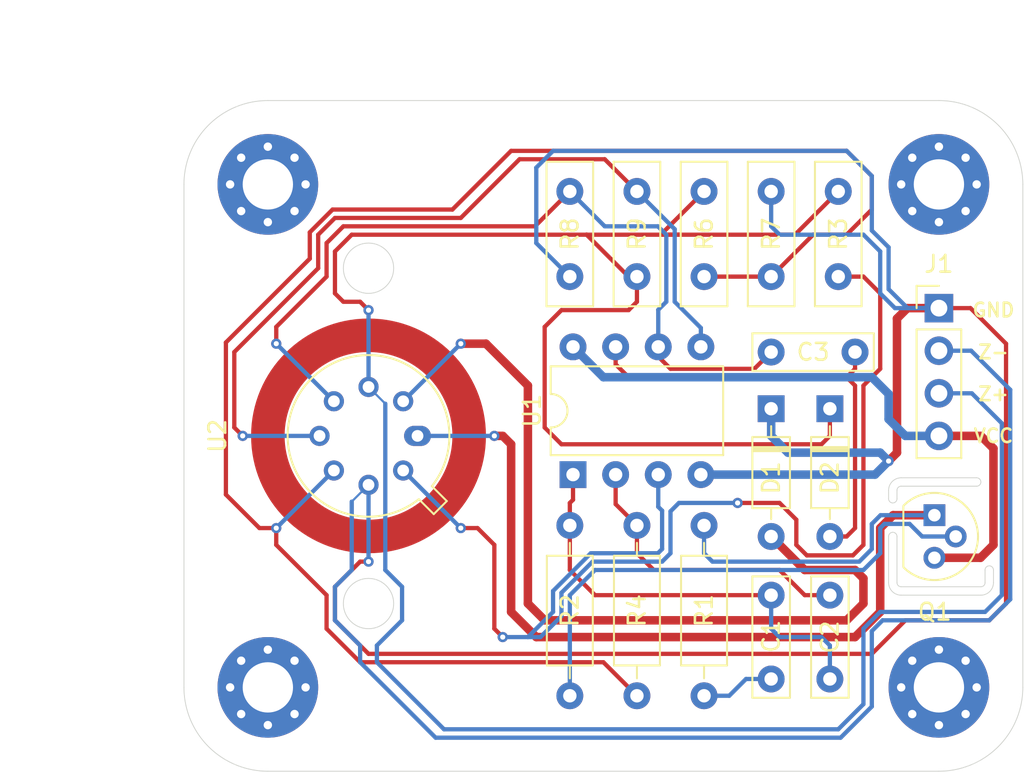
<source format=kicad_pcb>
(kicad_pcb (version 20171130) (host pcbnew "(5.1.10)-1")

  (general
    (thickness 1.6)
    (drawings 39)
    (tracks 287)
    (zones 0)
    (modules 21)
    (nets 15)
  )

  (page A4)
  (layers
    (0 F.Cu signal)
    (31 B.Cu signal)
    (32 B.Adhes user)
    (33 F.Adhes user)
    (34 B.Paste user)
    (35 F.Paste user)
    (36 B.SilkS user)
    (37 F.SilkS user)
    (38 B.Mask user hide)
    (39 F.Mask user hide)
    (40 Dwgs.User user)
    (41 Cmts.User user)
    (42 Eco1.User user)
    (43 Eco2.User user)
    (44 Edge.Cuts user)
    (45 Margin user)
    (46 B.CrtYd user hide)
    (47 F.CrtYd user)
    (48 B.Fab user hide)
    (49 F.Fab user hide)
  )

  (setup
    (last_trace_width 0.254)
    (user_trace_width 0.254)
    (user_trace_width 0.508)
    (user_trace_width 0.75)
    (user_trace_width 1)
    (trace_clearance 0.2)
    (zone_clearance 0.508)
    (zone_45_only no)
    (trace_min 0.2)
    (via_size 0.8)
    (via_drill 0.4)
    (via_min_size 0.4)
    (via_min_drill 0.3)
    (user_via 0.6096 0.3048)
    (uvia_size 0.3)
    (uvia_drill 0.1)
    (uvias_allowed no)
    (uvia_min_size 0.2)
    (uvia_min_drill 0.1)
    (edge_width 0.05)
    (segment_width 0.2)
    (pcb_text_width 0.3)
    (pcb_text_size 1.5 1.5)
    (mod_edge_width 0.12)
    (mod_text_size 1 1)
    (mod_text_width 0.15)
    (pad_size 1.524 1.524)
    (pad_drill 0.762)
    (pad_to_mask_clearance 0)
    (aux_axis_origin 0 0)
    (visible_elements 7FFFFFFF)
    (pcbplotparams
      (layerselection 0x010fc_ffffffff)
      (usegerberextensions false)
      (usegerberattributes true)
      (usegerberadvancedattributes true)
      (creategerberjobfile true)
      (excludeedgelayer true)
      (linewidth 0.100000)
      (plotframeref false)
      (viasonmask false)
      (mode 1)
      (useauxorigin false)
      (hpglpennumber 1)
      (hpglpenspeed 20)
      (hpglpendiameter 15.000000)
      (psnegative false)
      (psa4output false)
      (plotreference true)
      (plotvalue true)
      (plotinvisibletext false)
      (padsonsilk false)
      (subtractmaskfromsilk false)
      (outputformat 1)
      (mirror false)
      (drillshape 0)
      (scaleselection 1)
      (outputdirectory "gerber/"))
  )

  (net 0 "")
  (net 1 "Net-(C1-Pad2)")
  (net 2 "Net-(C1-Pad1)")
  (net 3 "Net-(C2-Pad1)")
  (net 4 "Net-(C3-Pad2)")
  (net 5 "Net-(C3-Pad1)")
  (net 6 GND)
  (net 7 "Net-(D1-Pad2)")
  (net 8 "Net-(Q1-Pad1)")
  (net 9 "Net-(R3-Pad2)")
  (net 10 "Net-(R4-Pad1)")
  (net 11 "Net-(R9-Pad2)")
  (net 12 VCC)
  (net 13 "Net-(Q1-Pad2)")
  (net 14 /Z+)

  (net_class Default "This is the default net class."
    (clearance 0.2)
    (trace_width 0.25)
    (via_dia 0.8)
    (via_drill 0.4)
    (uvia_dia 0.3)
    (uvia_drill 0.1)
    (add_net /Z+)
    (add_net GND)
    (add_net "Net-(C1-Pad1)")
    (add_net "Net-(C1-Pad2)")
    (add_net "Net-(C2-Pad1)")
    (add_net "Net-(C3-Pad1)")
    (add_net "Net-(C3-Pad2)")
    (add_net "Net-(D1-Pad2)")
    (add_net "Net-(Q1-Pad1)")
    (add_net "Net-(Q1-Pad2)")
    (add_net "Net-(R3-Pad2)")
    (add_net "Net-(R4-Pad1)")
    (add_net "Net-(R9-Pad2)")
    (add_net VCC)
  )

  (module Package_DIP:DIP-8_W7.62mm (layer F.Cu) (tedit 61B31BFC) (tstamp 6198CAE0)
    (at 152 103.5 90)
    (descr "8-lead though-hole mounted DIP package, row spacing 7.62 mm (300 mils)")
    (tags "THT DIP DIL PDIP 2.54mm 7.62mm 300mil")
    (path /6115914E)
    (fp_text reference U1 (at 0 -6.25 270) (layer F.SilkS)
      (effects (font (size 1 1) (thickness 0.15)))
    )
    (fp_text value LT1013 (at 0 6.14 270) (layer F.Fab)
      (effects (font (size 1 1) (thickness 0.15)))
    )
    (fp_line (start 4.89 -5.36) (end -4.91 -5.36) (layer F.CrtYd) (width 0.05))
    (fp_line (start 4.89 5.34) (end 4.89 -5.36) (layer F.CrtYd) (width 0.05))
    (fp_line (start -4.91 5.34) (end 4.89 5.34) (layer F.CrtYd) (width 0.05))
    (fp_line (start -4.91 -5.36) (end -4.91 5.34) (layer F.CrtYd) (width 0.05))
    (fp_line (start 2.65 -5.14) (end 1 -5.14) (layer F.SilkS) (width 0.12))
    (fp_line (start 2.65 5.14) (end 2.65 -5.14) (layer F.SilkS) (width 0.12))
    (fp_line (start -2.65 5.14) (end 2.65 5.14) (layer F.SilkS) (width 0.12))
    (fp_line (start -2.65 -5.14) (end -2.65 5.14) (layer F.SilkS) (width 0.12))
    (fp_line (start -1 -5.14) (end -2.65 -5.14) (layer F.SilkS) (width 0.12))
    (fp_line (start -3.175 -4.08) (end -2.175 -5.08) (layer F.Fab) (width 0.1))
    (fp_line (start -3.175 5.08) (end -3.175 -4.08) (layer F.Fab) (width 0.1))
    (fp_line (start 3.175 5.08) (end -3.175 5.08) (layer F.Fab) (width 0.1))
    (fp_line (start 3.175 -5.08) (end 3.175 5.08) (layer F.Fab) (width 0.1))
    (fp_line (start -2.175 -5.08) (end 3.175 -5.08) (layer F.Fab) (width 0.1))
    (fp_text user %R (at 0 0 270) (layer F.Fab)
      (effects (font (size 1 1) (thickness 0.15)))
    )
    (fp_arc (start 0 -5.14) (end -1 -5.14) (angle -180) (layer F.SilkS) (width 0.12))
    (pad 8 thru_hole oval (at 3.81 -3.81 90) (size 1.6 1.6) (drill 0.8) (layers *.Cu *.Mask)
      (net 12 VCC))
    (pad 4 thru_hole oval (at -3.81 3.81 90) (size 1.6 1.6) (drill 0.8) (layers *.Cu *.Mask)
      (net 6 GND))
    (pad 7 thru_hole oval (at 3.81 -1.27 90) (size 1.6 1.6) (drill 0.8) (layers *.Cu *.Mask)
      (net 5 "Net-(C3-Pad1)"))
    (pad 3 thru_hole oval (at -3.81 1.27 90) (size 1.6 1.6) (drill 0.8) (layers *.Cu *.Mask)
      (net 9 "Net-(R3-Pad2)"))
    (pad 6 thru_hole oval (at 3.81 1.27 90) (size 1.6 1.6) (drill 0.8) (layers *.Cu *.Mask)
      (net 4 "Net-(C3-Pad2)"))
    (pad 2 thru_hole oval (at -3.81 -1.27 90) (size 1.6 1.6) (drill 0.8) (layers *.Cu *.Mask)
      (net 3 "Net-(C2-Pad1)"))
    (pad 5 thru_hole oval (at 3.81 3.81 90) (size 1.6 1.6) (drill 0.8) (layers *.Cu *.Mask)
      (net 11 "Net-(R9-Pad2)"))
    (pad 1 thru_hole rect (at -3.81 -3.81 90) (size 1.6 1.6) (drill 0.8) (layers *.Cu *.Mask)
      (net 2 "Net-(C1-Pad1)"))
    (model ${KISYS3DMOD}/Package_DIP.3dshapes/DIP-8_W7.62mm.wrl
      (offset (xyz -3.75 3.75 0))
      (scale (xyz 1 1 1))
      (rotate (xyz 0 0 0))
    )
  )

  (module Diode_THT:D_DO-35_SOD27_P7.62mm_Horizontal (layer F.Cu) (tedit 5AE50CD5) (tstamp 6198C9A0)
    (at 163.5 103.38 270)
    (descr "Diode, DO-35_SOD27 series, Axial, Horizontal, pin pitch=7.62mm, , length*diameter=4*2mm^2, , http://www.diodes.com/_files/packages/DO-35.pdf")
    (tags "Diode DO-35_SOD27 series Axial Horizontal pin pitch 7.62mm  length 4mm diameter 2mm")
    (path /611799FA)
    (fp_text reference D2 (at 4.12 0 90) (layer F.SilkS)
      (effects (font (size 1 1) (thickness 0.15)))
    )
    (fp_text value 4148 (at 3.81 2.12 90) (layer F.Fab)
      (effects (font (size 1 1) (thickness 0.15)))
    )
    (fp_line (start 8.67 -1.25) (end -1.05 -1.25) (layer F.CrtYd) (width 0.05))
    (fp_line (start 8.67 1.25) (end 8.67 -1.25) (layer F.CrtYd) (width 0.05))
    (fp_line (start -1.05 1.25) (end 8.67 1.25) (layer F.CrtYd) (width 0.05))
    (fp_line (start -1.05 -1.25) (end -1.05 1.25) (layer F.CrtYd) (width 0.05))
    (fp_line (start 2.29 -1.12) (end 2.29 1.12) (layer F.SilkS) (width 0.12))
    (fp_line (start 2.53 -1.12) (end 2.53 1.12) (layer F.SilkS) (width 0.12))
    (fp_line (start 2.41 -1.12) (end 2.41 1.12) (layer F.SilkS) (width 0.12))
    (fp_line (start 6.58 0) (end 5.93 0) (layer F.SilkS) (width 0.12))
    (fp_line (start 1.04 0) (end 1.69 0) (layer F.SilkS) (width 0.12))
    (fp_line (start 5.93 -1.12) (end 1.69 -1.12) (layer F.SilkS) (width 0.12))
    (fp_line (start 5.93 1.12) (end 5.93 -1.12) (layer F.SilkS) (width 0.12))
    (fp_line (start 1.69 1.12) (end 5.93 1.12) (layer F.SilkS) (width 0.12))
    (fp_line (start 1.69 -1.12) (end 1.69 1.12) (layer F.SilkS) (width 0.12))
    (fp_line (start 2.31 -1) (end 2.31 1) (layer F.Fab) (width 0.1))
    (fp_line (start 2.51 -1) (end 2.51 1) (layer F.Fab) (width 0.1))
    (fp_line (start 2.41 -1) (end 2.41 1) (layer F.Fab) (width 0.1))
    (fp_line (start 7.62 0) (end 5.81 0) (layer F.Fab) (width 0.1))
    (fp_line (start 0 0) (end 1.81 0) (layer F.Fab) (width 0.1))
    (fp_line (start 5.81 -1) (end 1.81 -1) (layer F.Fab) (width 0.1))
    (fp_line (start 5.81 1) (end 5.81 -1) (layer F.Fab) (width 0.1))
    (fp_line (start 1.81 1) (end 5.81 1) (layer F.Fab) (width 0.1))
    (fp_line (start 1.81 -1) (end 1.81 1) (layer F.Fab) (width 0.1))
    (fp_text user K (at 0 -1.8 90) (layer F.SilkS) hide
      (effects (font (size 1 1) (thickness 0.15)))
    )
    (fp_text user K (at 0 -1.8 90) (layer F.Fab)
      (effects (font (size 1 1) (thickness 0.15)))
    )
    (fp_text user %R (at 4.11 0 90) (layer F.Fab)
      (effects (font (size 0.8 0.8) (thickness 0.12)))
    )
    (pad 2 thru_hole oval (at 7.62 0 270) (size 1.6 1.6) (drill 0.8) (layers *.Cu *.Mask)
      (net 5 "Net-(C3-Pad1)"))
    (pad 1 thru_hole rect (at 0 0 270) (size 1.6 1.6) (drill 0.8) (layers *.Cu *.Mask)
      (net 14 /Z+))
    (model ${KISYS3DMOD}/Diode_THT.3dshapes/D_DO-35_SOD27_P7.62mm_Horizontal.wrl
      (at (xyz 0 0 0))
      (scale (xyz 1 1 1))
      (rotate (xyz 0 0 0))
    )
  )

  (module Diode_THT:D_DO-35_SOD27_P7.62mm_Horizontal (layer F.Cu) (tedit 5AE50CD5) (tstamp 6198C981)
    (at 160 103.38 270)
    (descr "Diode, DO-35_SOD27 series, Axial, Horizontal, pin pitch=7.62mm, , length*diameter=4*2mm^2, , http://www.diodes.com/_files/packages/DO-35.pdf")
    (tags "Diode DO-35_SOD27 series Axial Horizontal pin pitch 7.62mm  length 4mm diameter 2mm")
    (path /611E72C0)
    (fp_text reference D1 (at 4.12 0 90) (layer F.SilkS)
      (effects (font (size 1 1) (thickness 0.15)))
    )
    (fp_text value 4148 (at 3.81 2.12 90) (layer F.Fab)
      (effects (font (size 1 1) (thickness 0.15)))
    )
    (fp_line (start 8.67 -1.25) (end -1.05 -1.25) (layer F.CrtYd) (width 0.05))
    (fp_line (start 8.67 1.25) (end 8.67 -1.25) (layer F.CrtYd) (width 0.05))
    (fp_line (start -1.05 1.25) (end 8.67 1.25) (layer F.CrtYd) (width 0.05))
    (fp_line (start -1.05 -1.25) (end -1.05 1.25) (layer F.CrtYd) (width 0.05))
    (fp_line (start 2.29 -1.12) (end 2.29 1.12) (layer F.SilkS) (width 0.12))
    (fp_line (start 2.53 -1.12) (end 2.53 1.12) (layer F.SilkS) (width 0.12))
    (fp_line (start 2.41 -1.12) (end 2.41 1.12) (layer F.SilkS) (width 0.12))
    (fp_line (start 6.58 0) (end 5.93 0) (layer F.SilkS) (width 0.12))
    (fp_line (start 1.04 0) (end 1.69 0) (layer F.SilkS) (width 0.12))
    (fp_line (start 5.93 -1.12) (end 1.69 -1.12) (layer F.SilkS) (width 0.12))
    (fp_line (start 5.93 1.12) (end 5.93 -1.12) (layer F.SilkS) (width 0.12))
    (fp_line (start 1.69 1.12) (end 5.93 1.12) (layer F.SilkS) (width 0.12))
    (fp_line (start 1.69 -1.12) (end 1.69 1.12) (layer F.SilkS) (width 0.12))
    (fp_line (start 2.31 -1) (end 2.31 1) (layer F.Fab) (width 0.1))
    (fp_line (start 2.51 -1) (end 2.51 1) (layer F.Fab) (width 0.1))
    (fp_line (start 2.41 -1) (end 2.41 1) (layer F.Fab) (width 0.1))
    (fp_line (start 7.62 0) (end 5.81 0) (layer F.Fab) (width 0.1))
    (fp_line (start 0 0) (end 1.81 0) (layer F.Fab) (width 0.1))
    (fp_line (start 5.81 -1) (end 1.81 -1) (layer F.Fab) (width 0.1))
    (fp_line (start 5.81 1) (end 5.81 -1) (layer F.Fab) (width 0.1))
    (fp_line (start 1.81 1) (end 5.81 1) (layer F.Fab) (width 0.1))
    (fp_line (start 1.81 -1) (end 1.81 1) (layer F.Fab) (width 0.1))
    (fp_text user K (at 0 -1.8 90) (layer F.SilkS) hide
      (effects (font (size 1 1) (thickness 0.15)))
    )
    (fp_text user K (at 0 -1.8 90) (layer F.Fab)
      (effects (font (size 1 1) (thickness 0.15)))
    )
    (fp_text user %R (at 4.11 0 90) (layer F.Fab)
      (effects (font (size 0.8 0.8) (thickness 0.12)))
    )
    (pad 2 thru_hole oval (at 7.62 0 270) (size 1.6 1.6) (drill 0.8) (layers *.Cu *.Mask)
      (net 7 "Net-(D1-Pad2)"))
    (pad 1 thru_hole rect (at 0 0 270) (size 1.6 1.6) (drill 0.8) (layers *.Cu *.Mask)
      (net 6 GND))
    (model ${KISYS3DMOD}/Diode_THT.3dshapes/D_DO-35_SOD27_P7.62mm_Horizontal.wrl
      (at (xyz 0 0 0))
      (scale (xyz 1 1 1))
      (rotate (xyz 0 0 0))
    )
  )

  (module Connector_PinHeader_2.54mm:PinHeader_1x04_P2.54mm_Vertical (layer F.Cu) (tedit 59FED5CC) (tstamp 61B3A6FB)
    (at 170 97.38)
    (descr "Through hole straight pin header, 1x04, 2.54mm pitch, single row")
    (tags "Through hole pin header THT 1x04 2.54mm single row")
    (path /61BC518A)
    (fp_text reference J1 (at 0 -2.63 180) (layer F.SilkS)
      (effects (font (size 1 1) (thickness 0.15)))
    )
    (fp_text value IO (at 0 9.95) (layer F.Fab)
      (effects (font (size 1 1) (thickness 0.15)))
    )
    (fp_line (start 1.8 -1.8) (end -1.8 -1.8) (layer F.CrtYd) (width 0.05))
    (fp_line (start 1.8 9.4) (end 1.8 -1.8) (layer F.CrtYd) (width 0.05))
    (fp_line (start -1.8 9.4) (end 1.8 9.4) (layer F.CrtYd) (width 0.05))
    (fp_line (start -1.8 -1.8) (end -1.8 9.4) (layer F.CrtYd) (width 0.05))
    (fp_line (start -1.33 -1.33) (end 0 -1.33) (layer F.SilkS) (width 0.12))
    (fp_line (start -1.33 0) (end -1.33 -1.33) (layer F.SilkS) (width 0.12))
    (fp_line (start -1.33 1.27) (end 1.33 1.27) (layer F.SilkS) (width 0.12))
    (fp_line (start 1.33 1.27) (end 1.33 8.95) (layer F.SilkS) (width 0.12))
    (fp_line (start -1.33 1.27) (end -1.33 8.95) (layer F.SilkS) (width 0.12))
    (fp_line (start -1.33 8.95) (end 1.33 8.95) (layer F.SilkS) (width 0.12))
    (fp_line (start -1.27 -0.635) (end -0.635 -1.27) (layer F.Fab) (width 0.1))
    (fp_line (start -1.27 8.89) (end -1.27 -0.635) (layer F.Fab) (width 0.1))
    (fp_line (start 1.27 8.89) (end -1.27 8.89) (layer F.Fab) (width 0.1))
    (fp_line (start 1.27 -1.27) (end 1.27 8.89) (layer F.Fab) (width 0.1))
    (fp_line (start -0.635 -1.27) (end 1.27 -1.27) (layer F.Fab) (width 0.1))
    (fp_text user %R (at 0 3.81 90) (layer F.Fab)
      (effects (font (size 1 1) (thickness 0.15)))
    )
    (pad 4 thru_hole oval (at 0 7.62) (size 1.7 1.7) (drill 1) (layers *.Cu *.Mask)
      (net 12 VCC))
    (pad 3 thru_hole oval (at 0 5.08) (size 1.7 1.7) (drill 1) (layers *.Cu *.Mask)
      (net 14 /Z+))
    (pad 2 thru_hole oval (at 0 2.54) (size 1.7 1.7) (drill 1) (layers *.Cu *.Mask)
      (net 6 GND))
    (pad 1 thru_hole rect (at 0 0) (size 1.7 1.7) (drill 1) (layers *.Cu *.Mask)
      (net 6 GND))
    (model ${KISYS3DMOD}/Connector_PinHeader_2.54mm.3dshapes/PinHeader_1x04_P2.54mm_Vertical.wrl
      (at (xyz 0 0 0))
      (scale (xyz 1 1 1))
      (rotate (xyz 0 0 0))
    )
  )

  (module MountingHole:MountingHole_3mm_Pad_Via (layer F.Cu) (tedit 56DDBED4) (tstamp 61B379E0)
    (at 130 120)
    (descr "Mounting Hole 3mm")
    (tags "mounting hole 3mm")
    (path /61B80146)
    (attr virtual)
    (fp_text reference H2 (at 0 4) (layer F.SilkS) hide
      (effects (font (size 1 1) (thickness 0.15)))
    )
    (fp_text value MountingHole (at 0 4) (layer F.Fab)
      (effects (font (size 1 1) (thickness 0.15)))
    )
    (fp_circle (center 0 0) (end 3.25 0) (layer F.CrtYd) (width 0.05))
    (fp_circle (center 0 0) (end 3 0) (layer Cmts.User) (width 0.15))
    (fp_text user %R (at 0.3 0) (layer F.Fab)
      (effects (font (size 1 1) (thickness 0.15)))
    )
    (pad 1 thru_hole circle (at 1.59099 -1.59099) (size 0.8 0.8) (drill 0.5) (layers *.Cu *.Mask))
    (pad 1 thru_hole circle (at 0 -2.25) (size 0.8 0.8) (drill 0.5) (layers *.Cu *.Mask))
    (pad 1 thru_hole circle (at -1.59099 -1.59099) (size 0.8 0.8) (drill 0.5) (layers *.Cu *.Mask))
    (pad 1 thru_hole circle (at -2.25 0) (size 0.8 0.8) (drill 0.5) (layers *.Cu *.Mask))
    (pad 1 thru_hole circle (at -1.59099 1.59099) (size 0.8 0.8) (drill 0.5) (layers *.Cu *.Mask))
    (pad 1 thru_hole circle (at 0 2.25) (size 0.8 0.8) (drill 0.5) (layers *.Cu *.Mask))
    (pad 1 thru_hole circle (at 1.59099 1.59099) (size 0.8 0.8) (drill 0.5) (layers *.Cu *.Mask))
    (pad 1 thru_hole circle (at 2.25 0) (size 0.8 0.8) (drill 0.5) (layers *.Cu *.Mask))
    (pad 1 thru_hole circle (at 0 0) (size 6 6) (drill 3) (layers *.Cu *.Mask))
  )

  (module Package_TO_SOT_THT:TO-99-8 (layer F.Cu) (tedit 61B24BCD) (tstamp 6198CAFA)
    (at 136 105 180)
    (descr TO-99-8)
    (tags TO-99-8)
    (path /61173228)
    (fp_text reference U2 (at 9 0 90) (layer F.SilkS)
      (effects (font (size 1 1) (thickness 0.15)))
    )
    (fp_text value LTZ (at 2.92 5.82) (layer F.Fab)
      (effects (font (size 1 1) (thickness 0.15)))
    )
    (fp_circle (center -0.001 0) (end 4.249 0) (layer F.Fab) (width 0.1))
    (fp_line (start 4.949 -4.95) (end -4.961 -4.95) (layer F.CrtYd) (width 0.05))
    (fp_line (start 4.949 4.95) (end 4.949 -4.95) (layer F.CrtYd) (width 0.05))
    (fp_line (start -4.961 4.95) (end 4.949 4.95) (layer F.CrtYd) (width 0.05))
    (fp_line (start -4.961 -4.95) (end -4.961 4.95) (layer F.CrtYd) (width 0.05))
    (fp_line (start -4.666856 -3.888039) (end -3.775902 -2.997084) (layer F.SilkS) (width 0.12))
    (fp_line (start -3.889039 -4.665856) (end -4.666856 -3.888039) (layer F.SilkS) (width 0.12))
    (fp_line (start -2.998084 -3.774902) (end -3.889039 -4.665856) (layer F.SilkS) (width 0.12))
    (fp_line (start -4.420621 -3.81151) (end -3.61452 -3.005408) (layer F.Fab) (width 0.1))
    (fp_line (start -3.81251 -4.419621) (end -4.420621 -3.81151) (layer F.Fab) (width 0.1))
    (fp_line (start -3.006408 -3.61352) (end -3.81251 -4.419621) (layer F.Fab) (width 0.1))
    (fp_arc (start -0.001 0) (end -2.998084 -3.774902) (angle 346.9) (layer F.SilkS) (width 0.12))
    (fp_arc (start -0.001 0) (end -3.006408 -3.61352) (angle 349.5) (layer F.Fab) (width 0.1))
    (fp_text user %R (at -0.001 -5.82) (layer F.Fab)
      (effects (font (size 1 1) (thickness 0.15)))
    )
    (pad 8 thru_hole oval (at -2.065752 -2.064752 180) (size 1.2 1.2) (drill 0.7) (layers *.Cu *.Mask)
      (net 9 "Net-(R3-Pad2)"))
    (pad 7 thru_hole oval (at -0.001 -2.92 180) (size 1.2 1.2) (drill 0.7) (layers *.Cu *.Mask)
      (net 6 GND))
    (pad 6 thru_hole oval (at 2.063752 -2.064752 180) (size 1.2 1.2) (drill 0.7) (layers *.Cu *.Mask)
      (net 10 "Net-(R4-Pad1)"))
    (pad 5 thru_hole oval (at 2.919 0 180) (size 1.2 1.2) (drill 0.7) (layers *.Cu *.Mask)
      (net 11 "Net-(R9-Pad2)"))
    (pad 4 thru_hole oval (at 2.063752 2.064752 180) (size 1.2 1.2) (drill 0.7) (layers *.Cu *.Mask)
      (net 4 "Net-(C3-Pad2)"))
    (pad 3 thru_hole oval (at -0.001 2.92 180) (size 1.2 1.2) (drill 0.7) (layers *.Cu *.Mask)
      (net 14 /Z+))
    (pad 2 thru_hole oval (at -2.065752 2.064752 180) (size 1.2 1.2) (drill 0.7) (layers *.Cu *.Mask)
      (net 7 "Net-(D1-Pad2)"))
    (pad 1 thru_hole oval (at -2.921 0 180) (size 1.6 1.2) (drill 0.7) (layers *.Cu *.Mask)
      (net 8 "Net-(Q1-Pad1)"))
    (model ${KISYS3DMOD}/Package_TO_SOT_THT.3dshapes/TO-99-8.wrl
      (at (xyz 0 0 0))
      (scale (xyz 1 1 1))
      (rotate (xyz 0 0 0))
    )
  )

  (module MountingHole:MountingHole_3mm_Pad_Via (layer F.Cu) (tedit 56DDBED4) (tstamp 61B25515)
    (at 170 120)
    (descr "Mounting Hole 3mm")
    (tags "mounting hole 3mm")
    (path /61B3E620)
    (attr virtual)
    (fp_text reference H4 (at 0 4) (layer F.SilkS) hide
      (effects (font (size 1 1) (thickness 0.15)))
    )
    (fp_text value MountingHole (at 0 4) (layer F.Fab)
      (effects (font (size 1 1) (thickness 0.15)))
    )
    (fp_circle (center 0 0) (end 3 0) (layer Cmts.User) (width 0.15))
    (fp_circle (center 0 0) (end 3.25 0) (layer F.CrtYd) (width 0.05))
    (fp_text user %R (at 0.3 0) (layer F.Fab)
      (effects (font (size 1 1) (thickness 0.15)))
    )
    (pad 1 thru_hole circle (at 1.59099 -1.59099) (size 0.8 0.8) (drill 0.5) (layers *.Cu *.Mask))
    (pad 1 thru_hole circle (at 0 -2.25) (size 0.8 0.8) (drill 0.5) (layers *.Cu *.Mask))
    (pad 1 thru_hole circle (at -1.59099 -1.59099) (size 0.8 0.8) (drill 0.5) (layers *.Cu *.Mask))
    (pad 1 thru_hole circle (at -2.25 0) (size 0.8 0.8) (drill 0.5) (layers *.Cu *.Mask))
    (pad 1 thru_hole circle (at -1.59099 1.59099) (size 0.8 0.8) (drill 0.5) (layers *.Cu *.Mask))
    (pad 1 thru_hole circle (at 0 2.25) (size 0.8 0.8) (drill 0.5) (layers *.Cu *.Mask))
    (pad 1 thru_hole circle (at 1.59099 1.59099) (size 0.8 0.8) (drill 0.5) (layers *.Cu *.Mask))
    (pad 1 thru_hole circle (at 2.25 0) (size 0.8 0.8) (drill 0.5) (layers *.Cu *.Mask))
    (pad 1 thru_hole circle (at 0 0) (size 6 6) (drill 3) (layers *.Cu *.Mask))
  )

  (module MountingHole:MountingHole_3mm_Pad_Via (layer F.Cu) (tedit 56DDBED4) (tstamp 61B25505)
    (at 170 90)
    (descr "Mounting Hole 3mm")
    (tags "mounting hole 3mm")
    (path /61B3E345)
    (attr virtual)
    (fp_text reference H3 (at 0 -4) (layer F.SilkS) hide
      (effects (font (size 1 1) (thickness 0.15)))
    )
    (fp_text value MountingHole (at 0 4) (layer F.Fab)
      (effects (font (size 1 1) (thickness 0.15)))
    )
    (fp_circle (center 0 0) (end 3 0) (layer Cmts.User) (width 0.15))
    (fp_circle (center 0 0) (end 3.25 0) (layer F.CrtYd) (width 0.05))
    (fp_text user %R (at 0.3 0) (layer F.Fab)
      (effects (font (size 1 1) (thickness 0.15)))
    )
    (pad 1 thru_hole circle (at 1.59099 -1.59099) (size 0.8 0.8) (drill 0.5) (layers *.Cu *.Mask))
    (pad 1 thru_hole circle (at 0 -2.25) (size 0.8 0.8) (drill 0.5) (layers *.Cu *.Mask))
    (pad 1 thru_hole circle (at -1.59099 -1.59099) (size 0.8 0.8) (drill 0.5) (layers *.Cu *.Mask))
    (pad 1 thru_hole circle (at -2.25 0) (size 0.8 0.8) (drill 0.5) (layers *.Cu *.Mask))
    (pad 1 thru_hole circle (at -1.59099 1.59099) (size 0.8 0.8) (drill 0.5) (layers *.Cu *.Mask))
    (pad 1 thru_hole circle (at 0 2.25) (size 0.8 0.8) (drill 0.5) (layers *.Cu *.Mask))
    (pad 1 thru_hole circle (at 1.59099 1.59099) (size 0.8 0.8) (drill 0.5) (layers *.Cu *.Mask))
    (pad 1 thru_hole circle (at 2.25 0) (size 0.8 0.8) (drill 0.5) (layers *.Cu *.Mask))
    (pad 1 thru_hole circle (at 0 0) (size 6 6) (drill 3) (layers *.Cu *.Mask))
  )

  (module MountingHole:MountingHole_3mm_Pad_Via (layer F.Cu) (tedit 56DDBED4) (tstamp 61B254E5)
    (at 130 90)
    (descr "Mounting Hole 3mm")
    (tags "mounting hole 3mm")
    (path /61B3DD81)
    (attr virtual)
    (fp_text reference H1 (at 0 -4) (layer F.SilkS) hide
      (effects (font (size 1 1) (thickness 0.15)))
    )
    (fp_text value MountingHole (at 0 4) (layer F.Fab)
      (effects (font (size 1 1) (thickness 0.15)))
    )
    (fp_circle (center 0 0) (end 3 0) (layer Cmts.User) (width 0.15))
    (fp_circle (center 0 0) (end 3.25 0) (layer F.CrtYd) (width 0.05))
    (fp_text user %R (at 0.3 0) (layer F.Fab)
      (effects (font (size 1 1) (thickness 0.15)))
    )
    (pad 1 thru_hole circle (at 1.59099 -1.59099) (size 0.8 0.8) (drill 0.5) (layers *.Cu *.Mask))
    (pad 1 thru_hole circle (at 0 -2.25) (size 0.8 0.8) (drill 0.5) (layers *.Cu *.Mask))
    (pad 1 thru_hole circle (at -1.59099 -1.59099) (size 0.8 0.8) (drill 0.5) (layers *.Cu *.Mask))
    (pad 1 thru_hole circle (at -2.25 0) (size 0.8 0.8) (drill 0.5) (layers *.Cu *.Mask))
    (pad 1 thru_hole circle (at -1.59099 1.59099) (size 0.8 0.8) (drill 0.5) (layers *.Cu *.Mask))
    (pad 1 thru_hole circle (at 0 2.25) (size 0.8 0.8) (drill 0.5) (layers *.Cu *.Mask))
    (pad 1 thru_hole circle (at 1.59099 1.59099) (size 0.8 0.8) (drill 0.5) (layers *.Cu *.Mask))
    (pad 1 thru_hole circle (at 2.25 0) (size 0.8 0.8) (drill 0.5) (layers *.Cu *.Mask))
    (pad 1 thru_hole circle (at 0 0) (size 6 6) (drill 3) (layers *.Cu *.Mask))
  )

  (module Package_TO_SOT_THT:TO-92 (layer F.Cu) (tedit 5A279852) (tstamp 6198ECDD)
    (at 169.73 109.73 270)
    (descr "TO-92 leads molded, narrow, drill 0.75mm (see NXP sot054_po.pdf)")
    (tags "to-92 sc-43 sc-43a sot54 PA33 transistor")
    (path /619BF95F)
    (fp_text reference Q1 (at 5.77 -0.02 180) (layer F.SilkS)
      (effects (font (size 1 1) (thickness 0.15)))
    )
    (fp_text value 5551 (at 1.27 2.79 90) (layer F.Fab)
      (effects (font (size 1 1) (thickness 0.15)))
    )
    (fp_line (start 4 2.01) (end -1.46 2.01) (layer F.CrtYd) (width 0.05))
    (fp_line (start 4 2.01) (end 4 -2.73) (layer F.CrtYd) (width 0.05))
    (fp_line (start -1.46 -2.73) (end -1.46 2.01) (layer F.CrtYd) (width 0.05))
    (fp_line (start -1.46 -2.73) (end 4 -2.73) (layer F.CrtYd) (width 0.05))
    (fp_line (start -0.5 1.75) (end 3 1.75) (layer F.Fab) (width 0.1))
    (fp_line (start -0.53 1.85) (end 3.07 1.85) (layer F.SilkS) (width 0.12))
    (fp_arc (start 1.27 0) (end 1.27 -2.6) (angle 135) (layer F.SilkS) (width 0.12))
    (fp_arc (start 1.27 0) (end 1.27 -2.48) (angle -135) (layer F.Fab) (width 0.1))
    (fp_arc (start 1.27 0) (end 1.27 -2.6) (angle -135) (layer F.SilkS) (width 0.12))
    (fp_arc (start 1.27 0) (end 1.27 -2.48) (angle 135) (layer F.Fab) (width 0.1))
    (fp_text user %R (at 1.27 0 90) (layer F.Fab)
      (effects (font (size 1 1) (thickness 0.15)))
    )
    (pad 1 thru_hole rect (at 0 0 270) (size 1.3 1.3) (drill 0.75) (layers *.Cu *.Mask)
      (net 8 "Net-(Q1-Pad1)"))
    (pad 3 thru_hole circle (at 2.54 0 270) (size 1.3 1.3) (drill 0.75) (layers *.Cu *.Mask)
      (net 12 VCC))
    (pad 2 thru_hole circle (at 1.27 -1.27 270) (size 1.3 1.3) (drill 0.75) (layers *.Cu *.Mask)
      (net 13 "Net-(Q1-Pad2)"))
    (model ${KISYS3DMOD}/Package_TO_SOT_THT.3dshapes/TO-92.wrl
      (at (xyz 0 0 0))
      (scale (xyz 1 1 1))
      (rotate (xyz 0 0 0))
    )
  )

  (module Resistor_THT:R_Box_L8.4mm_W2.5mm_P5.08mm (layer F.Cu) (tedit 5AE5139B) (tstamp 6198CA7F)
    (at 152 95.5 90)
    (descr "Resistor, Box series, Radial, pin pitch=5.08mm, 0.5W = 1/2W, length*width=8.38*2.54mm^2, http://www.vishay.com/docs/60051/cns020.pdf")
    (tags "Resistor Box series Radial pin pitch 5.08mm 0.5W = 1/2W length 8.38mm width 2.54mm")
    (path /611705C6)
    (fp_text reference R9 (at 2.54 0 90) (layer F.SilkS)
      (effects (font (size 1 1) (thickness 0.15)))
    )
    (fp_text value 70KP (at 2.54 2.52 90) (layer F.Fab)
      (effects (font (size 1 1) (thickness 0.15)))
    )
    (fp_line (start 6.98 -1.52) (end -1.91 -1.52) (layer F.CrtYd) (width 0.05))
    (fp_line (start 6.98 1.52) (end 6.98 -1.52) (layer F.CrtYd) (width 0.05))
    (fp_line (start -1.91 1.52) (end 6.98 1.52) (layer F.CrtYd) (width 0.05))
    (fp_line (start -1.91 -1.52) (end -1.91 1.52) (layer F.CrtYd) (width 0.05))
    (fp_line (start 6.85 -1.39) (end 6.85 1.39) (layer F.SilkS) (width 0.12))
    (fp_line (start -1.77 -1.39) (end -1.77 1.39) (layer F.SilkS) (width 0.12))
    (fp_line (start -1.77 1.39) (end 6.85 1.39) (layer F.SilkS) (width 0.12))
    (fp_line (start -1.77 -1.39) (end 6.85 -1.39) (layer F.SilkS) (width 0.12))
    (fp_line (start 6.73 -1.27) (end -1.65 -1.27) (layer F.Fab) (width 0.1))
    (fp_line (start 6.73 1.27) (end 6.73 -1.27) (layer F.Fab) (width 0.1))
    (fp_line (start -1.65 1.27) (end 6.73 1.27) (layer F.Fab) (width 0.1))
    (fp_line (start -1.65 -1.27) (end -1.65 1.27) (layer F.Fab) (width 0.1))
    (fp_text user %R (at 2.54 0 90) (layer F.Fab)
      (effects (font (size 1 1) (thickness 0.15)))
    )
    (pad 2 thru_hole circle (at 5.08 0 90) (size 1.6 1.6) (drill 0.8) (layers *.Cu *.Mask)
      (net 11 "Net-(R9-Pad2)"))
    (pad 1 thru_hole circle (at 0 0 90) (size 1.6 1.6) (drill 0.8) (layers *.Cu *.Mask)
      (net 14 /Z+))
    (model ${KISYS3DMOD}/Resistor_THT.3dshapes/R_Box_L8.4mm_W2.5mm_P5.08mm.wrl
      (at (xyz 0 0 0))
      (scale (xyz 1 1 1))
      (rotate (xyz 0 0 0))
    )
  )

  (module Resistor_THT:R_Box_L8.4mm_W2.5mm_P5.08mm (layer F.Cu) (tedit 5AE5139B) (tstamp 6198CA6C)
    (at 148 90.42 270)
    (descr "Resistor, Box series, Radial, pin pitch=5.08mm, 0.5W = 1/2W, length*width=8.38*2.54mm^2, http://www.vishay.com/docs/60051/cns020.pdf")
    (tags "Resistor Box series Radial pin pitch 5.08mm 0.5W = 1/2W length 8.38mm width 2.54mm")
    (path /6117025D)
    (fp_text reference R8 (at 2.54 0 90) (layer F.SilkS)
      (effects (font (size 1 1) (thickness 0.15)))
    )
    (fp_text value 120P (at 2.54 2.52 90) (layer F.Fab)
      (effects (font (size 1 1) (thickness 0.15)))
    )
    (fp_line (start 6.98 -1.52) (end -1.91 -1.52) (layer F.CrtYd) (width 0.05))
    (fp_line (start 6.98 1.52) (end 6.98 -1.52) (layer F.CrtYd) (width 0.05))
    (fp_line (start -1.91 1.52) (end 6.98 1.52) (layer F.CrtYd) (width 0.05))
    (fp_line (start -1.91 -1.52) (end -1.91 1.52) (layer F.CrtYd) (width 0.05))
    (fp_line (start 6.85 -1.39) (end 6.85 1.39) (layer F.SilkS) (width 0.12))
    (fp_line (start -1.77 -1.39) (end -1.77 1.39) (layer F.SilkS) (width 0.12))
    (fp_line (start -1.77 1.39) (end 6.85 1.39) (layer F.SilkS) (width 0.12))
    (fp_line (start -1.77 -1.39) (end 6.85 -1.39) (layer F.SilkS) (width 0.12))
    (fp_line (start 6.73 -1.27) (end -1.65 -1.27) (layer F.Fab) (width 0.1))
    (fp_line (start 6.73 1.27) (end 6.73 -1.27) (layer F.Fab) (width 0.1))
    (fp_line (start -1.65 1.27) (end 6.73 1.27) (layer F.Fab) (width 0.1))
    (fp_line (start -1.65 -1.27) (end -1.65 1.27) (layer F.Fab) (width 0.1))
    (fp_text user %R (at 2.54 0 90) (layer F.Fab)
      (effects (font (size 1 1) (thickness 0.15)))
    )
    (pad 2 thru_hole circle (at 5.08 0 270) (size 1.6 1.6) (drill 0.8) (layers *.Cu *.Mask)
      (net 6 GND))
    (pad 1 thru_hole circle (at 0 0 270) (size 1.6 1.6) (drill 0.8) (layers *.Cu *.Mask)
      (net 4 "Net-(C3-Pad2)"))
    (model ${KISYS3DMOD}/Resistor_THT.3dshapes/R_Box_L8.4mm_W2.5mm_P5.08mm.wrl
      (at (xyz 0 0 0))
      (scale (xyz 1 1 1))
      (rotate (xyz 0 0 0))
    )
  )

  (module Resistor_THT:R_Box_L8.4mm_W2.5mm_P5.08mm (layer F.Cu) (tedit 5AE5139B) (tstamp 6198CA59)
    (at 160 95.5 90)
    (descr "Resistor, Box series, Radial, pin pitch=5.08mm, 0.5W = 1/2W, length*width=8.38*2.54mm^2, http://www.vishay.com/docs/60051/cns020.pdf")
    (tags "Resistor Box series Radial pin pitch 5.08mm 0.5W = 1/2W length 8.38mm width 2.54mm")
    (path /6117EC71)
    (fp_text reference R7 (at 2.54 0 90) (layer F.SilkS)
      (effects (font (size 1 1) (thickness 0.15)))
    )
    (fp_text value 1KP (at 2.54 2.52 90) (layer F.Fab)
      (effects (font (size 1 1) (thickness 0.15)))
    )
    (fp_line (start 6.98 -1.52) (end -1.91 -1.52) (layer F.CrtYd) (width 0.05))
    (fp_line (start 6.98 1.52) (end 6.98 -1.52) (layer F.CrtYd) (width 0.05))
    (fp_line (start -1.91 1.52) (end 6.98 1.52) (layer F.CrtYd) (width 0.05))
    (fp_line (start -1.91 -1.52) (end -1.91 1.52) (layer F.CrtYd) (width 0.05))
    (fp_line (start 6.85 -1.39) (end 6.85 1.39) (layer F.SilkS) (width 0.12))
    (fp_line (start -1.77 -1.39) (end -1.77 1.39) (layer F.SilkS) (width 0.12))
    (fp_line (start -1.77 1.39) (end 6.85 1.39) (layer F.SilkS) (width 0.12))
    (fp_line (start -1.77 -1.39) (end 6.85 -1.39) (layer F.SilkS) (width 0.12))
    (fp_line (start 6.73 -1.27) (end -1.65 -1.27) (layer F.Fab) (width 0.1))
    (fp_line (start 6.73 1.27) (end 6.73 -1.27) (layer F.Fab) (width 0.1))
    (fp_line (start -1.65 1.27) (end 6.73 1.27) (layer F.Fab) (width 0.1))
    (fp_line (start -1.65 -1.27) (end -1.65 1.27) (layer F.Fab) (width 0.1))
    (fp_text user %R (at 2.54 0 90) (layer F.Fab)
      (effects (font (size 1 1) (thickness 0.15)))
    )
    (pad 2 thru_hole circle (at 5.08 0 90) (size 1.6 1.6) (drill 0.8) (layers *.Cu *.Mask)
      (net 6 GND))
    (pad 1 thru_hole circle (at 0 0 90) (size 1.6 1.6) (drill 0.8) (layers *.Cu *.Mask)
      (net 10 "Net-(R4-Pad1)"))
    (model ${KISYS3DMOD}/Resistor_THT.3dshapes/R_Box_L8.4mm_W2.5mm_P5.08mm.wrl
      (at (xyz 0 0 0))
      (scale (xyz 1 1 1))
      (rotate (xyz 0 0 0))
    )
  )

  (module Resistor_THT:R_Box_L8.4mm_W2.5mm_P5.08mm (layer F.Cu) (tedit 5AE5139B) (tstamp 6198CA46)
    (at 156 90.42 270)
    (descr "Resistor, Box series, Radial, pin pitch=5.08mm, 0.5W = 1/2W, length*width=8.38*2.54mm^2, http://www.vishay.com/docs/60051/cns020.pdf")
    (tags "Resistor Box series Radial pin pitch 5.08mm 0.5W = 1/2W length 8.38mm width 2.54mm")
    (path /61183371)
    (fp_text reference R6 (at 2.54 0 90) (layer F.SilkS)
      (effects (font (size 1 1) (thickness 0.15)))
    )
    (fp_text value 13KP (at 2.54 2.52 90) (layer F.Fab)
      (effects (font (size 1 1) (thickness 0.15)))
    )
    (fp_line (start 6.98 -1.52) (end -1.91 -1.52) (layer F.CrtYd) (width 0.05))
    (fp_line (start 6.98 1.52) (end 6.98 -1.52) (layer F.CrtYd) (width 0.05))
    (fp_line (start -1.91 1.52) (end 6.98 1.52) (layer F.CrtYd) (width 0.05))
    (fp_line (start -1.91 -1.52) (end -1.91 1.52) (layer F.CrtYd) (width 0.05))
    (fp_line (start 6.85 -1.39) (end 6.85 1.39) (layer F.SilkS) (width 0.12))
    (fp_line (start -1.77 -1.39) (end -1.77 1.39) (layer F.SilkS) (width 0.12))
    (fp_line (start -1.77 1.39) (end 6.85 1.39) (layer F.SilkS) (width 0.12))
    (fp_line (start -1.77 -1.39) (end 6.85 -1.39) (layer F.SilkS) (width 0.12))
    (fp_line (start 6.73 -1.27) (end -1.65 -1.27) (layer F.Fab) (width 0.1))
    (fp_line (start 6.73 1.27) (end 6.73 -1.27) (layer F.Fab) (width 0.1))
    (fp_line (start -1.65 1.27) (end 6.73 1.27) (layer F.Fab) (width 0.1))
    (fp_line (start -1.65 -1.27) (end -1.65 1.27) (layer F.Fab) (width 0.1))
    (fp_text user %R (at 2.54 0 90) (layer F.Fab)
      (effects (font (size 1 1) (thickness 0.15)))
    )
    (pad 2 thru_hole circle (at 5.08 0 270) (size 1.6 1.6) (drill 0.8) (layers *.Cu *.Mask)
      (net 10 "Net-(R4-Pad1)"))
    (pad 1 thru_hole circle (at 0 0 270) (size 1.6 1.6) (drill 0.8) (layers *.Cu *.Mask)
      (net 14 /Z+))
    (model ${KISYS3DMOD}/Resistor_THT.3dshapes/R_Box_L8.4mm_W2.5mm_P5.08mm.wrl
      (at (xyz 0 0 0))
      (scale (xyz 1 1 1))
      (rotate (xyz 0 0 0))
    )
  )

  (module Resistor_THT:R_Axial_DIN0207_L6.3mm_D2.5mm_P10.16mm_Horizontal (layer F.Cu) (tedit 5AE5139B) (tstamp 6198CA1C)
    (at 152 120.5 90)
    (descr "Resistor, Axial_DIN0207 series, Axial, Horizontal, pin pitch=10.16mm, 0.25W = 1/4W, length*diameter=6.3*2.5mm^2, http://cdn-reichelt.de/documents/datenblatt/B400/1_4W%23YAG.pdf")
    (tags "Resistor Axial_DIN0207 series Axial Horizontal pin pitch 10.16mm 0.25W = 1/4W length 6.3mm diameter 2.5mm")
    (path /611842D3)
    (fp_text reference R4 (at 5.08 0 90) (layer F.SilkS)
      (effects (font (size 1 1) (thickness 0.15)))
    )
    (fp_text value 10K (at 5.08 2.37 90) (layer F.Fab)
      (effects (font (size 1 1) (thickness 0.15)))
    )
    (fp_line (start 11.21 -1.5) (end -1.05 -1.5) (layer F.CrtYd) (width 0.05))
    (fp_line (start 11.21 1.5) (end 11.21 -1.5) (layer F.CrtYd) (width 0.05))
    (fp_line (start -1.05 1.5) (end 11.21 1.5) (layer F.CrtYd) (width 0.05))
    (fp_line (start -1.05 -1.5) (end -1.05 1.5) (layer F.CrtYd) (width 0.05))
    (fp_line (start 9.12 0) (end 8.35 0) (layer F.SilkS) (width 0.12))
    (fp_line (start 1.04 0) (end 1.81 0) (layer F.SilkS) (width 0.12))
    (fp_line (start 8.35 -1.37) (end 1.81 -1.37) (layer F.SilkS) (width 0.12))
    (fp_line (start 8.35 1.37) (end 8.35 -1.37) (layer F.SilkS) (width 0.12))
    (fp_line (start 1.81 1.37) (end 8.35 1.37) (layer F.SilkS) (width 0.12))
    (fp_line (start 1.81 -1.37) (end 1.81 1.37) (layer F.SilkS) (width 0.12))
    (fp_line (start 10.16 0) (end 8.23 0) (layer F.Fab) (width 0.1))
    (fp_line (start 0 0) (end 1.93 0) (layer F.Fab) (width 0.1))
    (fp_line (start 8.23 -1.25) (end 1.93 -1.25) (layer F.Fab) (width 0.1))
    (fp_line (start 8.23 1.25) (end 8.23 -1.25) (layer F.Fab) (width 0.1))
    (fp_line (start 1.93 1.25) (end 8.23 1.25) (layer F.Fab) (width 0.1))
    (fp_line (start 1.93 -1.25) (end 1.93 1.25) (layer F.Fab) (width 0.1))
    (fp_text user %R (at 5.08 0 90) (layer F.Fab)
      (effects (font (size 1 1) (thickness 0.15)))
    )
    (pad 2 thru_hole oval (at 10.16 0 90) (size 1.6 1.6) (drill 0.8) (layers *.Cu *.Mask)
      (net 3 "Net-(C2-Pad1)"))
    (pad 1 thru_hole circle (at 0 0 90) (size 1.6 1.6) (drill 0.8) (layers *.Cu *.Mask)
      (net 10 "Net-(R4-Pad1)"))
    (model ${KISYS3DMOD}/Resistor_THT.3dshapes/R_Axial_DIN0207_L6.3mm_D2.5mm_P10.16mm_Horizontal.wrl
      (at (xyz 0 0 0))
      (scale (xyz 1 1 1))
      (rotate (xyz 0 0 0))
    )
  )

  (module Resistor_THT:R_Box_L8.4mm_W2.5mm_P5.08mm (layer F.Cu) (tedit 5AE5139B) (tstamp 6198CA05)
    (at 164 90.42 270)
    (descr "Resistor, Box series, Radial, pin pitch=5.08mm, 0.5W = 1/2W, length*width=8.38*2.54mm^2, http://www.vishay.com/docs/60051/cns020.pdf")
    (tags "Resistor Box series Radial pin pitch 5.08mm 0.5W = 1/2W length 8.38mm width 2.54mm")
    (path /6117E883)
    (fp_text reference R3 (at 2.54 0 90) (layer F.SilkS)
      (effects (font (size 1 1) (thickness 0.15)))
    )
    (fp_text value 75KP (at 2.54 2.52 90) (layer F.Fab)
      (effects (font (size 1 1) (thickness 0.15)))
    )
    (fp_line (start 6.98 -1.52) (end -1.91 -1.52) (layer F.CrtYd) (width 0.05))
    (fp_line (start 6.98 1.52) (end 6.98 -1.52) (layer F.CrtYd) (width 0.05))
    (fp_line (start -1.91 1.52) (end 6.98 1.52) (layer F.CrtYd) (width 0.05))
    (fp_line (start -1.91 -1.52) (end -1.91 1.52) (layer F.CrtYd) (width 0.05))
    (fp_line (start 6.85 -1.39) (end 6.85 1.39) (layer F.SilkS) (width 0.12))
    (fp_line (start -1.77 -1.39) (end -1.77 1.39) (layer F.SilkS) (width 0.12))
    (fp_line (start -1.77 1.39) (end 6.85 1.39) (layer F.SilkS) (width 0.12))
    (fp_line (start -1.77 -1.39) (end 6.85 -1.39) (layer F.SilkS) (width 0.12))
    (fp_line (start 6.73 -1.27) (end -1.65 -1.27) (layer F.Fab) (width 0.1))
    (fp_line (start 6.73 1.27) (end 6.73 -1.27) (layer F.Fab) (width 0.1))
    (fp_line (start -1.65 1.27) (end 6.73 1.27) (layer F.Fab) (width 0.1))
    (fp_line (start -1.65 -1.27) (end -1.65 1.27) (layer F.Fab) (width 0.1))
    (fp_text user %R (at 2.54 0 90) (layer F.Fab)
      (effects (font (size 1 1) (thickness 0.15)))
    )
    (pad 2 thru_hole circle (at 5.08 0 270) (size 1.6 1.6) (drill 0.8) (layers *.Cu *.Mask)
      (net 9 "Net-(R3-Pad2)"))
    (pad 1 thru_hole circle (at 0 0 270) (size 1.6 1.6) (drill 0.8) (layers *.Cu *.Mask)
      (net 14 /Z+))
    (model ${KISYS3DMOD}/Resistor_THT.3dshapes/R_Box_L8.4mm_W2.5mm_P5.08mm.wrl
      (at (xyz 0 0 0))
      (scale (xyz 1 1 1))
      (rotate (xyz 0 0 0))
    )
  )

  (module Resistor_THT:R_Axial_DIN0207_L6.3mm_D2.5mm_P10.16mm_Horizontal (layer F.Cu) (tedit 5AE5139B) (tstamp 6198C9F2)
    (at 148 110.34 270)
    (descr "Resistor, Axial_DIN0207 series, Axial, Horizontal, pin pitch=10.16mm, 0.25W = 1/4W, length*diameter=6.3*2.5mm^2, http://cdn-reichelt.de/documents/datenblatt/B400/1_4W%23YAG.pdf")
    (tags "Resistor Axial_DIN0207 series Axial Horizontal pin pitch 10.16mm 0.25W = 1/4W length 6.3mm diameter 2.5mm")
    (path /611AA807)
    (fp_text reference R2 (at 5.08 0 90) (layer F.SilkS)
      (effects (font (size 1 1) (thickness 0.15)))
    )
    (fp_text value 1K (at 5.08 2.37 90) (layer F.Fab)
      (effects (font (size 1 1) (thickness 0.15)))
    )
    (fp_line (start 11.21 -1.5) (end -1.05 -1.5) (layer F.CrtYd) (width 0.05))
    (fp_line (start 11.21 1.5) (end 11.21 -1.5) (layer F.CrtYd) (width 0.05))
    (fp_line (start -1.05 1.5) (end 11.21 1.5) (layer F.CrtYd) (width 0.05))
    (fp_line (start -1.05 -1.5) (end -1.05 1.5) (layer F.CrtYd) (width 0.05))
    (fp_line (start 9.12 0) (end 8.35 0) (layer F.SilkS) (width 0.12))
    (fp_line (start 1.04 0) (end 1.81 0) (layer F.SilkS) (width 0.12))
    (fp_line (start 8.35 -1.37) (end 1.81 -1.37) (layer F.SilkS) (width 0.12))
    (fp_line (start 8.35 1.37) (end 8.35 -1.37) (layer F.SilkS) (width 0.12))
    (fp_line (start 1.81 1.37) (end 8.35 1.37) (layer F.SilkS) (width 0.12))
    (fp_line (start 1.81 -1.37) (end 1.81 1.37) (layer F.SilkS) (width 0.12))
    (fp_line (start 10.16 0) (end 8.23 0) (layer F.Fab) (width 0.1))
    (fp_line (start 0 0) (end 1.93 0) (layer F.Fab) (width 0.1))
    (fp_line (start 8.23 -1.25) (end 1.93 -1.25) (layer F.Fab) (width 0.1))
    (fp_line (start 8.23 1.25) (end 8.23 -1.25) (layer F.Fab) (width 0.1))
    (fp_line (start 1.93 1.25) (end 8.23 1.25) (layer F.Fab) (width 0.1))
    (fp_line (start 1.93 -1.25) (end 1.93 1.25) (layer F.Fab) (width 0.1))
    (fp_text user %R (at 5.08 0 90) (layer F.Fab)
      (effects (font (size 1 1) (thickness 0.15)))
    )
    (pad 2 thru_hole oval (at 10.16 0 270) (size 1.6 1.6) (drill 0.8) (layers *.Cu *.Mask)
      (net 13 "Net-(Q1-Pad2)"))
    (pad 1 thru_hole circle (at 0 0 270) (size 1.6 1.6) (drill 0.8) (layers *.Cu *.Mask)
      (net 2 "Net-(C1-Pad1)"))
    (model ${KISYS3DMOD}/Resistor_THT.3dshapes/R_Axial_DIN0207_L6.3mm_D2.5mm_P10.16mm_Horizontal.wrl
      (at (xyz 0 0 0))
      (scale (xyz 1 1 1))
      (rotate (xyz 0 0 0))
    )
  )

  (module Resistor_THT:R_Axial_DIN0207_L6.3mm_D2.5mm_P10.16mm_Horizontal (layer F.Cu) (tedit 5AE5139B) (tstamp 6198C9DB)
    (at 156 120.5 90)
    (descr "Resistor, Axial_DIN0207 series, Axial, Horizontal, pin pitch=10.16mm, 0.25W = 1/4W, length*diameter=6.3*2.5mm^2, http://cdn-reichelt.de/documents/datenblatt/B400/1_4W%23YAG.pdf")
    (tags "Resistor Axial_DIN0207 series Axial Horizontal pin pitch 10.16mm 0.25W = 1/4W length 6.3mm diameter 2.5mm")
    (path /611A6992)
    (fp_text reference R1 (at 5.08 0 90) (layer F.SilkS)
      (effects (font (size 1 1) (thickness 0.15)))
    )
    (fp_text value 1M (at 5.08 2.37 90) (layer F.Fab)
      (effects (font (size 1 1) (thickness 0.15)))
    )
    (fp_line (start 11.21 -1.5) (end -1.05 -1.5) (layer F.CrtYd) (width 0.05))
    (fp_line (start 11.21 1.5) (end 11.21 -1.5) (layer F.CrtYd) (width 0.05))
    (fp_line (start -1.05 1.5) (end 11.21 1.5) (layer F.CrtYd) (width 0.05))
    (fp_line (start -1.05 -1.5) (end -1.05 1.5) (layer F.CrtYd) (width 0.05))
    (fp_line (start 9.12 0) (end 8.35 0) (layer F.SilkS) (width 0.12))
    (fp_line (start 1.04 0) (end 1.81 0) (layer F.SilkS) (width 0.12))
    (fp_line (start 8.35 -1.37) (end 1.81 -1.37) (layer F.SilkS) (width 0.12))
    (fp_line (start 8.35 1.37) (end 8.35 -1.37) (layer F.SilkS) (width 0.12))
    (fp_line (start 1.81 1.37) (end 8.35 1.37) (layer F.SilkS) (width 0.12))
    (fp_line (start 1.81 -1.37) (end 1.81 1.37) (layer F.SilkS) (width 0.12))
    (fp_line (start 10.16 0) (end 8.23 0) (layer F.Fab) (width 0.1))
    (fp_line (start 0 0) (end 1.93 0) (layer F.Fab) (width 0.1))
    (fp_line (start 8.23 -1.25) (end 1.93 -1.25) (layer F.Fab) (width 0.1))
    (fp_line (start 8.23 1.25) (end 8.23 -1.25) (layer F.Fab) (width 0.1))
    (fp_line (start 1.93 1.25) (end 8.23 1.25) (layer F.Fab) (width 0.1))
    (fp_line (start 1.93 -1.25) (end 1.93 1.25) (layer F.Fab) (width 0.1))
    (fp_text user %R (at 5.08 0 90) (layer F.Fab)
      (effects (font (size 1 1) (thickness 0.15)))
    )
    (pad 2 thru_hole oval (at 10.16 0 90) (size 1.6 1.6) (drill 0.8) (layers *.Cu *.Mask)
      (net 8 "Net-(Q1-Pad1)"))
    (pad 1 thru_hole circle (at 0 0 90) (size 1.6 1.6) (drill 0.8) (layers *.Cu *.Mask)
      (net 1 "Net-(C1-Pad2)"))
    (model ${KISYS3DMOD}/Resistor_THT.3dshapes/R_Axial_DIN0207_L6.3mm_D2.5mm_P10.16mm_Horizontal.wrl
      (at (xyz 0 0 0))
      (scale (xyz 1 1 1))
      (rotate (xyz 0 0 0))
    )
  )

  (module Capacitor_THT:C_Rect_L7.0mm_W2.0mm_P5.00mm (layer F.Cu) (tedit 5AE50EF0) (tstamp 6198C841)
    (at 165 100 180)
    (descr "C, Rect series, Radial, pin pitch=5.00mm, , length*width=7*2mm^2, Capacitor")
    (tags "C Rect series Radial pin pitch 5.00mm  length 7mm width 2mm Capacitor")
    (path /61178D93)
    (fp_text reference C3 (at 2.5 0) (layer F.SilkS)
      (effects (font (size 1 1) (thickness 0.15)))
    )
    (fp_text value 22nF (at 2.5 2.25) (layer F.Fab)
      (effects (font (size 1 1) (thickness 0.15)))
    )
    (fp_line (start 6.25 -1.25) (end -1.25 -1.25) (layer F.CrtYd) (width 0.05))
    (fp_line (start 6.25 1.25) (end 6.25 -1.25) (layer F.CrtYd) (width 0.05))
    (fp_line (start -1.25 1.25) (end 6.25 1.25) (layer F.CrtYd) (width 0.05))
    (fp_line (start -1.25 -1.25) (end -1.25 1.25) (layer F.CrtYd) (width 0.05))
    (fp_line (start 6.12 -1.12) (end 6.12 1.12) (layer F.SilkS) (width 0.12))
    (fp_line (start -1.12 -1.12) (end -1.12 1.12) (layer F.SilkS) (width 0.12))
    (fp_line (start -1.12 1.12) (end 6.12 1.12) (layer F.SilkS) (width 0.12))
    (fp_line (start -1.12 -1.12) (end 6.12 -1.12) (layer F.SilkS) (width 0.12))
    (fp_line (start 6 -1) (end -1 -1) (layer F.Fab) (width 0.1))
    (fp_line (start 6 1) (end 6 -1) (layer F.Fab) (width 0.1))
    (fp_line (start -1 1) (end 6 1) (layer F.Fab) (width 0.1))
    (fp_line (start -1 -1) (end -1 1) (layer F.Fab) (width 0.1))
    (fp_text user %R (at 2.5 0) (layer F.Fab)
      (effects (font (size 1 1) (thickness 0.15)))
    )
    (pad 2 thru_hole circle (at 5 0 180) (size 1.6 1.6) (drill 0.8) (layers *.Cu *.Mask)
      (net 4 "Net-(C3-Pad2)"))
    (pad 1 thru_hole circle (at 0 0 180) (size 1.6 1.6) (drill 0.8) (layers *.Cu *.Mask)
      (net 5 "Net-(C3-Pad1)"))
    (model ${KISYS3DMOD}/Capacitor_THT.3dshapes/C_Rect_L7.0mm_W2.0mm_P5.00mm.wrl
      (at (xyz 0 0 0))
      (scale (xyz 1 1 1))
      (rotate (xyz 0 0 0))
    )
  )

  (module Capacitor_THT:C_Rect_L7.0mm_W2.0mm_P5.00mm (layer F.Cu) (tedit 5AE50EF0) (tstamp 6198C82E)
    (at 163.5 114.5 270)
    (descr "C, Rect series, Radial, pin pitch=5.00mm, , length*width=7*2mm^2, Capacitor")
    (tags "C Rect series Radial pin pitch 5.00mm  length 7mm width 2mm Capacitor")
    (path /611C3DF2)
    (fp_text reference C2 (at 2.5 0 90) (layer F.SilkS)
      (effects (font (size 1 1) (thickness 0.15)))
    )
    (fp_text value 10nF (at 2.5 2.25 90) (layer F.Fab)
      (effects (font (size 1 1) (thickness 0.15)))
    )
    (fp_line (start 6.25 -1.25) (end -1.25 -1.25) (layer F.CrtYd) (width 0.05))
    (fp_line (start 6.25 1.25) (end 6.25 -1.25) (layer F.CrtYd) (width 0.05))
    (fp_line (start -1.25 1.25) (end 6.25 1.25) (layer F.CrtYd) (width 0.05))
    (fp_line (start -1.25 -1.25) (end -1.25 1.25) (layer F.CrtYd) (width 0.05))
    (fp_line (start 6.12 -1.12) (end 6.12 1.12) (layer F.SilkS) (width 0.12))
    (fp_line (start -1.12 -1.12) (end -1.12 1.12) (layer F.SilkS) (width 0.12))
    (fp_line (start -1.12 1.12) (end 6.12 1.12) (layer F.SilkS) (width 0.12))
    (fp_line (start -1.12 -1.12) (end 6.12 -1.12) (layer F.SilkS) (width 0.12))
    (fp_line (start 6 -1) (end -1 -1) (layer F.Fab) (width 0.1))
    (fp_line (start 6 1) (end 6 -1) (layer F.Fab) (width 0.1))
    (fp_line (start -1 1) (end 6 1) (layer F.Fab) (width 0.1))
    (fp_line (start -1 -1) (end -1 1) (layer F.Fab) (width 0.1))
    (fp_text user %R (at 2.5 0 90) (layer F.Fab)
      (effects (font (size 1 1) (thickness 0.15)))
    )
    (pad 2 thru_hole circle (at 5 0 270) (size 1.6 1.6) (drill 0.8) (layers *.Cu *.Mask)
      (net 2 "Net-(C1-Pad1)"))
    (pad 1 thru_hole circle (at 0 0 270) (size 1.6 1.6) (drill 0.8) (layers *.Cu *.Mask)
      (net 3 "Net-(C2-Pad1)"))
    (model ${KISYS3DMOD}/Capacitor_THT.3dshapes/C_Rect_L7.0mm_W2.0mm_P5.00mm.wrl
      (at (xyz 0 0 0))
      (scale (xyz 1 1 1))
      (rotate (xyz 0 0 0))
    )
  )

  (module Capacitor_THT:C_Rect_L7.0mm_W2.0mm_P5.00mm (layer F.Cu) (tedit 5AE50EF0) (tstamp 6198C81B)
    (at 160 114.5 270)
    (descr "C, Rect series, Radial, pin pitch=5.00mm, , length*width=7*2mm^2, Capacitor")
    (tags "C Rect series Radial pin pitch 5.00mm  length 7mm width 2mm Capacitor")
    (path /611A6CC0)
    (fp_text reference C1 (at 2.46 0 90) (layer F.SilkS)
      (effects (font (size 1 1) (thickness 0.15)))
    )
    (fp_text value 100nF (at 2.5 2.25 90) (layer F.Fab)
      (effects (font (size 1 1) (thickness 0.15)))
    )
    (fp_line (start 6.25 -1.25) (end -1.25 -1.25) (layer F.CrtYd) (width 0.05))
    (fp_line (start 6.25 1.25) (end 6.25 -1.25) (layer F.CrtYd) (width 0.05))
    (fp_line (start -1.25 1.25) (end 6.25 1.25) (layer F.CrtYd) (width 0.05))
    (fp_line (start -1.25 -1.25) (end -1.25 1.25) (layer F.CrtYd) (width 0.05))
    (fp_line (start 6.12 -1.12) (end 6.12 1.12) (layer F.SilkS) (width 0.12))
    (fp_line (start -1.12 -1.12) (end -1.12 1.12) (layer F.SilkS) (width 0.12))
    (fp_line (start -1.12 1.12) (end 6.12 1.12) (layer F.SilkS) (width 0.12))
    (fp_line (start -1.12 -1.12) (end 6.12 -1.12) (layer F.SilkS) (width 0.12))
    (fp_line (start 6 -1) (end -1 -1) (layer F.Fab) (width 0.1))
    (fp_line (start 6 1) (end 6 -1) (layer F.Fab) (width 0.1))
    (fp_line (start -1 1) (end 6 1) (layer F.Fab) (width 0.1))
    (fp_line (start -1 -1) (end -1 1) (layer F.Fab) (width 0.1))
    (fp_text user %R (at 2.5 0 90) (layer F.Fab)
      (effects (font (size 1 1) (thickness 0.15)))
    )
    (pad 2 thru_hole circle (at 5 0 270) (size 1.6 1.6) (drill 0.8) (layers *.Cu *.Mask)
      (net 1 "Net-(C1-Pad2)"))
    (pad 1 thru_hole circle (at 0 0 270) (size 1.6 1.6) (drill 0.8) (layers *.Cu *.Mask)
      (net 2 "Net-(C1-Pad1)"))
    (model ${KISYS3DMOD}/Capacitor_THT.3dshapes/C_Rect_L7.0mm_W2.0mm_P5.00mm.wrl
      (at (xyz 0 0 0))
      (scale (xyz 1 1 1))
      (rotate (xyz 0 0 0))
    )
  )

  (gr_line (start 167.5 108.25) (end 167.5 108.75) (layer Edge.Cuts) (width 0.05) (tstamp 61B4A7E5))
  (gr_line (start 167 108.25) (end 167 108.75) (layer Edge.Cuts) (width 0.05) (tstamp 61B4A7E4))
  (gr_line (start 172.25 107.5) (end 167.75 107.5) (layer Edge.Cuts) (width 0.05) (tstamp 61B4A7E3))
  (gr_line (start 167.75 108) (end 172.25 108) (layer Edge.Cuts) (width 0.05) (tstamp 61B4A7E2))
  (gr_arc (start 167.75 108.25) (end 167.75 107.5) (angle -90) (layer Edge.Cuts) (width 0.05))
  (gr_arc (start 172.25 107.75) (end 172.25 108) (angle -180) (layer Edge.Cuts) (width 0.05))
  (gr_arc (start 167.75 108.25) (end 167.75 108) (angle -90) (layer Edge.Cuts) (width 0.05))
  (gr_arc (start 167.25 108.75) (end 167 108.75) (angle -180) (layer Edge.Cuts) (width 0.05))
  (gr_arc (start 172.5 113.75) (end 172.5 114.5) (angle -90) (layer Edge.Cuts) (width 0.05))
  (gr_arc (start 167.75 113.75) (end 167 113.75) (angle -90) (layer Edge.Cuts) (width 0.05))
  (gr_line (start 172.75 113) (end 172.75 113.75) (layer Edge.Cuts) (width 0.05) (tstamp 61B4A7C9))
  (gr_line (start 172.5 114) (end 167.75 114) (layer Edge.Cuts) (width 0.05) (tstamp 61B4A7C8))
  (gr_arc (start 167.75 113.75) (end 167.5 113.75) (angle -90) (layer Edge.Cuts) (width 0.05))
  (gr_arc (start 172.5 113.75) (end 172.5 114) (angle -90) (layer Edge.Cuts) (width 0.05))
  (gr_line (start 173.25 113) (end 173.25 113.75) (layer Edge.Cuts) (width 0.05) (tstamp 61B4A7C7))
  (gr_line (start 167.5 111) (end 167.5 113.75) (layer Edge.Cuts) (width 0.05))
  (gr_line (start 167 113.75) (end 167 111) (layer Edge.Cuts) (width 0.05) (tstamp 61B4A7C6))
  (gr_line (start 172.5 114.5) (end 167.75 114.5) (layer Edge.Cuts) (width 0.05) (tstamp 61B4A7C5))
  (gr_arc (start 173 113) (end 173.25 113) (angle -180) (layer Edge.Cuts) (width 0.05))
  (gr_arc (start 167.25 111) (end 167.5 111) (angle -180) (layer Edge.Cuts) (width 0.05))
  (gr_text "VCC\n" (at 173.25 105) (layer F.SilkS) (tstamp 61B4987B)
    (effects (font (size 0.8128 0.8128) (thickness 0.1524)))
  )
  (gr_text Z+ (at 173.25 102.5) (layer F.SilkS) (tstamp 61B4987B)
    (effects (font (size 0.8128 0.8128) (thickness 0.1524)))
  )
  (gr_text "Z-\n" (at 173.25 100) (layer F.SilkS) (tstamp 61B4987B)
    (effects (font (size 0.8128 0.8128) (thickness 0.1524)))
  )
  (gr_text GND (at 173.25 97.5) (layer F.SilkS)
    (effects (font (size 0.8128 0.8128) (thickness 0.1524)))
  )
  (gr_circle (center 136 105) (end 142 105) (layer F.Cu) (width 2))
  (dimension 40 (width 0.15) (layer Dwgs.User)
    (gr_text "40.000 mm" (at 117.7 105 270) (layer Dwgs.User)
      (effects (font (size 1 1) (thickness 0.15)))
    )
    (feature1 (pts (xy 120 125) (xy 118.413579 125)))
    (feature2 (pts (xy 120 85) (xy 118.413579 85)))
    (crossbar (pts (xy 119 85) (xy 119 125)))
    (arrow1a (pts (xy 119 125) (xy 118.413579 123.873496)))
    (arrow1b (pts (xy 119 125) (xy 119.586421 123.873496)))
    (arrow2a (pts (xy 119 85) (xy 118.413579 86.126504)))
    (arrow2b (pts (xy 119 85) (xy 119.586421 86.126504)))
  )
  (dimension 50 (width 0.15) (layer Dwgs.User)
    (gr_text "50.000 mm" (at 150 82.3) (layer Dwgs.User)
      (effects (font (size 1 1) (thickness 0.15)))
    )
    (feature1 (pts (xy 175 80) (xy 175 81.586421)))
    (feature2 (pts (xy 125 80) (xy 125 81.586421)))
    (crossbar (pts (xy 125 81) (xy 175 81)))
    (arrow1a (pts (xy 175 81) (xy 173.873496 81.586421)))
    (arrow1b (pts (xy 175 81) (xy 173.873496 80.413579)))
    (arrow2a (pts (xy 125 81) (xy 126.126504 81.586421)))
    (arrow2b (pts (xy 125 81) (xy 126.126504 80.413579)))
  )
  (gr_circle (center 136 115) (end 137.5 115) (layer Edge.Cuts) (width 0.05) (tstamp 61B2788B))
  (gr_circle (center 136 105) (end 139 105) (layer B.Mask) (width 8))
  (gr_circle (center 136 105) (end 139 105) (layer F.Mask) (width 8))
  (gr_circle (center 136 95) (end 137.5 95) (layer Edge.Cuts) (width 0.05))
  (gr_arc (start 170 120) (end 170 125) (angle -90) (layer Edge.Cuts) (width 0.05))
  (gr_arc (start 130 120) (end 125 120) (angle -90) (layer Edge.Cuts) (width 0.05))
  (gr_arc (start 130 90) (end 130 85) (angle -90) (layer Edge.Cuts) (width 0.05))
  (gr_arc (start 170 90) (end 175 90) (angle -90) (layer Edge.Cuts) (width 0.05))
  (gr_line (start 125 120) (end 125 90) (layer Edge.Cuts) (width 0.05) (tstamp 61B25A9B))
  (gr_line (start 170 125) (end 130 125) (layer Edge.Cuts) (width 0.05))
  (gr_line (start 175 90) (end 175 120) (layer Edge.Cuts) (width 0.05))
  (gr_line (start 130 85) (end 170 85) (layer Edge.Cuts) (width 0.05))

  (segment (start 157.5 120.5) (end 156 120.5) (width 0.254) (layer B.Cu) (net 1))
  (segment (start 158.5 119.5) (end 157.5 120.5) (width 0.254) (layer B.Cu) (net 1))
  (segment (start 160 119.5) (end 158.5 119.5) (width 0.254) (layer B.Cu) (net 1))
  (segment (start 148.19 107.31) (end 148.19 108.81) (width 0.254) (layer F.Cu) (net 2))
  (segment (start 148 109) (end 148 110.34) (width 0.254) (layer F.Cu) (net 2))
  (segment (start 148.19 108.81) (end 148 109) (width 0.254) (layer F.Cu) (net 2))
  (segment (start 148 110.34) (end 148 113) (width 0.254) (layer F.Cu) (net 2))
  (segment (start 149.5 114.5) (end 160 114.5) (width 0.254) (layer F.Cu) (net 2))
  (segment (start 148 113) (end 149.5 114.5) (width 0.254) (layer F.Cu) (net 2))
  (segment (start 160 114.5) (end 160 116.5) (width 0.254) (layer B.Cu) (net 2))
  (segment (start 160 116.5) (end 160.5 117) (width 0.254) (layer B.Cu) (net 2))
  (segment (start 160.5 117) (end 163 117) (width 0.254) (layer B.Cu) (net 2))
  (segment (start 163.5 117.5) (end 163.5 119.5) (width 0.254) (layer B.Cu) (net 2))
  (segment (start 163 117) (end 163.5 117.5) (width 0.254) (layer B.Cu) (net 2))
  (segment (start 150.73 109.07) (end 152 110.34) (width 0.254) (layer F.Cu) (net 3))
  (segment (start 150.73 107.31) (end 150.73 109.07) (width 0.254) (layer F.Cu) (net 3))
  (segment (start 162 114.5) (end 163.5 114.5) (width 0.254) (layer F.Cu) (net 3))
  (segment (start 160.5 113) (end 162 114.5) (width 0.254) (layer F.Cu) (net 3))
  (segment (start 153 113) (end 160.5 113) (width 0.254) (layer F.Cu) (net 3))
  (segment (start 152 112) (end 153 113) (width 0.254) (layer F.Cu) (net 3))
  (segment (start 152 110.34) (end 152 112) (width 0.254) (layer F.Cu) (net 3))
  (segment (start 130.501 99.5) (end 130.501 99.5) (width 0.254) (layer B.Cu) (net 4) (tstamp 61B47C76))
  (segment (start 130.501 99.5) (end 130.50101 99.5) (width 0.254) (layer B.Cu) (net 4))
  (via (at 130.50101 99.5) (size 0.6096) (drill 0.3048) (layers F.Cu B.Cu) (net 4))
  (segment (start 133.936248 102.935248) (end 130.501 99.5) (width 0.254) (layer B.Cu) (net 4))
  (segment (start 133.5 95.5) (end 130.50101 98.49899) (width 0.254) (layer F.Cu) (net 4))
  (segment (start 133.5 93.5) (end 133.5 95.5) (width 0.254) (layer F.Cu) (net 4))
  (segment (start 134.5 92.5) (end 133.5 93.5) (width 0.254) (layer F.Cu) (net 4))
  (segment (start 145.92 92.5) (end 134.5 92.5) (width 0.254) (layer F.Cu) (net 4))
  (segment (start 130.50101 98.49899) (end 130.50101 99.5) (width 0.254) (layer F.Cu) (net 4))
  (segment (start 148 90.42) (end 145.92 92.5) (width 0.254) (layer F.Cu) (net 4))
  (segment (start 153.27 99.69) (end 153.27 100.27) (width 0.254) (layer F.Cu) (net 4))
  (segment (start 153.27 100.27) (end 154 101) (width 0.254) (layer F.Cu) (net 4))
  (segment (start 159 101) (end 160 100) (width 0.254) (layer F.Cu) (net 4))
  (segment (start 154 101) (end 159 101) (width 0.254) (layer F.Cu) (net 4))
  (segment (start 153.27 97.48) (end 153.27 99.69) (width 0.254) (layer B.Cu) (net 4))
  (segment (start 153.75 97) (end 153.27 97.48) (width 0.254) (layer B.Cu) (net 4))
  (segment (start 153.75 93) (end 153.75 97) (width 0.254) (layer B.Cu) (net 4))
  (segment (start 153.25 92.5) (end 153.75 93) (width 0.254) (layer B.Cu) (net 4))
  (segment (start 150.08 92.5) (end 153.25 92.5) (width 0.254) (layer B.Cu) (net 4))
  (segment (start 148 90.42) (end 150.08 92.5) (width 0.254) (layer B.Cu) (net 4))
  (segment (start 150.73 99.69) (end 150.73 100.73) (width 0.254) (layer F.Cu) (net 5))
  (segment (start 150.73 100.73) (end 151.5 101.5) (width 0.254) (layer F.Cu) (net 5))
  (segment (start 151.5 101.5) (end 164.5 101.5) (width 0.254) (layer F.Cu) (net 5))
  (segment (start 165 101) (end 165 100) (width 0.254) (layer F.Cu) (net 5))
  (segment (start 164.5 101.5) (end 165 101) (width 0.254) (layer F.Cu) (net 5))
  (segment (start 165 110.5) (end 165 102) (width 0.254) (layer F.Cu) (net 5))
  (segment (start 164.5 111) (end 165 110.5) (width 0.254) (layer F.Cu) (net 5))
  (segment (start 165 102) (end 164.5 101.5) (width 0.254) (layer F.Cu) (net 5))
  (segment (start 163.5 111) (end 164.5 111) (width 0.254) (layer F.Cu) (net 5))
  (segment (start 136.001 107.92) (end 136.001 112.499) (width 0.254) (layer B.Cu) (net 6))
  (segment (start 136.001 112.499) (end 136.001 112.499) (width 0.254) (layer B.Cu) (net 6) (tstamp 61B47F10))
  (via (at 136.001 112.499) (size 0.6096) (drill 0.3048) (layers F.Cu B.Cu) (net 6))
  (segment (start 136.001 107.92) (end 135 108.921) (width 0.127) (layer B.Cu) (net 6))
  (via (at 166.999992 106.500008) (size 0.6096) (drill 0.3048) (layers F.Cu B.Cu) (net 6))
  (segment (start 166.19 107.31) (end 166.999992 106.500008) (width 0.508) (layer B.Cu) (net 6))
  (segment (start 155.81 107.31) (end 166.19 107.31) (width 0.508) (layer B.Cu) (net 6))
  (segment (start 160 103.38) (end 160 105) (width 0.508) (layer B.Cu) (net 6))
  (segment (start 160 105) (end 161 106) (width 0.508) (layer B.Cu) (net 6))
  (segment (start 166.499984 106) (end 166.999992 106.500008) (width 0.508) (layer B.Cu) (net 6))
  (segment (start 161 106) (end 166.499984 106) (width 0.508) (layer B.Cu) (net 6))
  (segment (start 168.13 97.38) (end 170 97.38) (width 0.254) (layer B.Cu) (net 6))
  (segment (start 167 96.25) (end 168.13 97.38) (width 0.254) (layer B.Cu) (net 6))
  (segment (start 167 93.75) (end 167 96.25) (width 0.254) (layer B.Cu) (net 6))
  (segment (start 166 92.75) (end 167 93.75) (width 0.254) (layer B.Cu) (net 6))
  (segment (start 166 89.5) (end 166 92.75) (width 0.254) (layer B.Cu) (net 6))
  (segment (start 147 88) (end 164.5 88) (width 0.254) (layer B.Cu) (net 6))
  (segment (start 146 89) (end 147 88) (width 0.254) (layer B.Cu) (net 6))
  (segment (start 146 93.5) (end 146 89) (width 0.254) (layer B.Cu) (net 6))
  (segment (start 164.5 88) (end 166 89.5) (width 0.254) (layer B.Cu) (net 6))
  (segment (start 148 95.5) (end 146 93.5) (width 0.254) (layer B.Cu) (net 6))
  (segment (start 167.38 97.38) (end 170 97.38) (width 0.254) (layer B.Cu) (net 6))
  (segment (start 166.5 96.5) (end 167.38 97.38) (width 0.254) (layer B.Cu) (net 6))
  (segment (start 166.5 94) (end 166.5 96.5) (width 0.254) (layer B.Cu) (net 6))
  (segment (start 165.5 93) (end 166.5 94) (width 0.254) (layer B.Cu) (net 6))
  (segment (start 160.5 93) (end 165.5 93) (width 0.254) (layer B.Cu) (net 6))
  (segment (start 160 92.5) (end 160.5 93) (width 0.254) (layer B.Cu) (net 6))
  (segment (start 160 90.42) (end 160 92.5) (width 0.254) (layer B.Cu) (net 6))
  (segment (start 167.5 106) (end 166.999992 106.500008) (width 0.508) (layer F.Cu) (net 6))
  (segment (start 167.5 98) (end 167.5 106) (width 0.508) (layer F.Cu) (net 6))
  (segment (start 168.12 97.38) (end 167.5 98) (width 0.508) (layer F.Cu) (net 6))
  (segment (start 170 97.38) (end 168.12 97.38) (width 0.508) (layer F.Cu) (net 6))
  (segment (start 171.88 97.38) (end 170 97.38) (width 0.254) (layer F.Cu) (net 6))
  (segment (start 174 99.5) (end 171.88 97.38) (width 0.254) (layer F.Cu) (net 6))
  (segment (start 174 115) (end 174 99.5) (width 0.254) (layer F.Cu) (net 6))
  (segment (start 168 116) (end 173 116) (width 0.254) (layer F.Cu) (net 6))
  (segment (start 173 116) (end 174 115) (width 0.254) (layer F.Cu) (net 6))
  (segment (start 166 118) (end 168 116) (width 0.254) (layer F.Cu) (net 6))
  (segment (start 136 118) (end 166 118) (width 0.254) (layer F.Cu) (net 6))
  (segment (start 134 116) (end 136 118) (width 0.254) (layer F.Cu) (net 6))
  (segment (start 134 114) (end 134 116) (width 0.254) (layer F.Cu) (net 6))
  (segment (start 135.501 112.499) (end 134 114) (width 0.254) (layer F.Cu) (net 6))
  (segment (start 136.001 112.499) (end 135.501 112.499) (width 0.254) (layer F.Cu) (net 6))
  (segment (start 171.92 99.92) (end 170 99.92) (width 0.254) (layer B.Cu) (net 6))
  (segment (start 174.25 102.25) (end 171.92 99.92) (width 0.254) (layer B.Cu) (net 6))
  (segment (start 135 108.921) (end 135 113) (width 0.254) (layer B.Cu) (net 6))
  (segment (start 135 113) (end 134 114) (width 0.254) (layer B.Cu) (net 6))
  (segment (start 173 116) (end 174.25 114.75) (width 0.254) (layer B.Cu) (net 6))
  (segment (start 174.25 114.75) (end 174.25 102.25) (width 0.254) (layer B.Cu) (net 6))
  (segment (start 134 116) (end 135.5 117.5) (width 0.254) (layer B.Cu) (net 6))
  (segment (start 135.5 117.5) (end 135.5 118.5) (width 0.254) (layer B.Cu) (net 6))
  (segment (start 164.142066 123) (end 166 121.142066) (width 0.254) (layer B.Cu) (net 6))
  (segment (start 135.5 118.5) (end 140 123) (width 0.254) (layer B.Cu) (net 6))
  (segment (start 134 114) (end 134 116) (width 0.254) (layer B.Cu) (net 6))
  (segment (start 140 123) (end 164.142066 123) (width 0.254) (layer B.Cu) (net 6))
  (segment (start 166 121.142066) (end 166 116.642066) (width 0.254) (layer B.Cu) (net 6))
  (segment (start 166 116.642066) (end 166.642066 116) (width 0.254) (layer B.Cu) (net 6))
  (segment (start 166.642066 116) (end 173 116) (width 0.254) (layer B.Cu) (net 6))
  (segment (start 138.065752 102.935248) (end 141.5 99.501) (width 0.254) (layer B.Cu) (net 7))
  (segment (start 141.5 99.501) (end 141.5 99.501) (width 0.254) (layer B.Cu) (net 7) (tstamp 61B47F00))
  (segment (start 141.5 99.501) (end 141.5 99.501) (width 0.254) (layer B.Cu) (net 7) (tstamp 61B4844A))
  (via (at 141.5 99.501) (size 0.6096) (drill 0.3048) (layers F.Cu B.Cu) (net 7))
  (segment (start 162 113) (end 160 111) (width 0.508) (layer F.Cu) (net 7))
  (segment (start 165.5 113.5) (end 165 113) (width 0.508) (layer F.Cu) (net 7))
  (segment (start 165.5 115) (end 165.5 113.5) (width 0.508) (layer F.Cu) (net 7))
  (segment (start 146.5 116) (end 164.5 116) (width 0.508) (layer F.Cu) (net 7))
  (segment (start 145.5 115) (end 146.5 116) (width 0.508) (layer F.Cu) (net 7))
  (segment (start 164.5 116) (end 165.5 115) (width 0.508) (layer F.Cu) (net 7))
  (segment (start 145.5 102) (end 145.5 115) (width 0.508) (layer F.Cu) (net 7))
  (segment (start 165 113) (end 162 113) (width 0.508) (layer F.Cu) (net 7))
  (segment (start 143.001 99.501) (end 145.5 102) (width 0.508) (layer F.Cu) (net 7))
  (segment (start 141.5 99.501) (end 143.001 99.501) (width 0.508) (layer F.Cu) (net 7))
  (segment (start 143.5 105) (end 143.5 105) (width 0.254) (layer B.Cu) (net 8) (tstamp 61B47B1E))
  (via (at 143.499994 105) (size 0.6096) (drill 0.3048) (layers F.Cu B.Cu) (net 8))
  (segment (start 138.921 105) (end 143.499994 105) (width 0.254) (layer B.Cu) (net 8))
  (segment (start 144.5 115.5) (end 144.5 105.5) (width 0.508) (layer F.Cu) (net 8))
  (segment (start 146 117) (end 144.5 115.5) (width 0.508) (layer F.Cu) (net 8))
  (segment (start 165 117) (end 146 117) (width 0.508) (layer F.Cu) (net 8))
  (segment (start 166.5 115.5) (end 165 117) (width 0.508) (layer F.Cu) (net 8))
  (segment (start 144 105) (end 143.499994 105) (width 0.508) (layer F.Cu) (net 8))
  (segment (start 144.5 105.5) (end 144 105) (width 0.508) (layer F.Cu) (net 8))
  (segment (start 167.27 109.73) (end 166.5 110.5) (width 0.508) (layer F.Cu) (net 8))
  (segment (start 166.5 110.5) (end 166.5 115.5) (width 0.508) (layer F.Cu) (net 8))
  (segment (start 169.73 109.73) (end 167.27 109.73) (width 0.508) (layer F.Cu) (net 8))
  (segment (start 168.27 109.73) (end 169.73 109.73) (width 0.254) (layer B.Cu) (net 8))
  (segment (start 166 110.25) (end 166.52 109.73) (width 0.254) (layer B.Cu) (net 8))
  (segment (start 166 111.75) (end 166 110.25) (width 0.254) (layer B.Cu) (net 8))
  (segment (start 165.25 112.5) (end 166 111.75) (width 0.254) (layer B.Cu) (net 8))
  (segment (start 156.5 112.5) (end 165.25 112.5) (width 0.254) (layer B.Cu) (net 8))
  (segment (start 156 112) (end 156.5 112.5) (width 0.254) (layer B.Cu) (net 8))
  (segment (start 166.52 109.73) (end 168.27 109.73) (width 0.254) (layer B.Cu) (net 8))
  (segment (start 156 110.34) (end 156 112) (width 0.254) (layer B.Cu) (net 8))
  (segment (start 138.065752 107.064752) (end 141.5 110.5) (width 0.254) (layer B.Cu) (net 9))
  (segment (start 141.5 110.5) (end 141.5 110.499) (width 0.254) (layer B.Cu) (net 9) (tstamp 61B47F14))
  (via (at 141.5 110.5) (size 0.6096) (drill 0.3048) (layers F.Cu B.Cu) (net 9))
  (segment (start 144 117) (end 144 117) (width 0.254) (layer B.Cu) (net 9) (tstamp 61B49358))
  (via (at 144 117) (size 0.6096) (drill 0.3048) (layers F.Cu B.Cu) (net 9))
  (segment (start 141.5 110.5) (end 142.5 110.5) (width 0.254) (layer F.Cu) (net 9))
  (segment (start 142.5 110.5) (end 143.5 111.5) (width 0.254) (layer F.Cu) (net 9))
  (segment (start 143.5 116.5) (end 144 117) (width 0.254) (layer F.Cu) (net 9))
  (segment (start 143.5 111.5) (end 143.5 116.5) (width 0.254) (layer F.Cu) (net 9))
  (segment (start 158 109) (end 158 109) (width 0.254) (layer F.Cu) (net 9) (tstamp 61B4949C))
  (via (at 158 109) (size 0.6096) (drill 0.3048) (layers F.Cu B.Cu) (net 9))
  (segment (start 145.5 117) (end 144 117) (width 0.254) (layer B.Cu) (net 9))
  (segment (start 147.5 115.75) (end 146.25 117) (width 0.254) (layer B.Cu) (net 9))
  (segment (start 147.5 114.357933) (end 147.5 115.75) (width 0.254) (layer B.Cu) (net 9))
  (segment (start 146.25 117) (end 145.5 117) (width 0.254) (layer B.Cu) (net 9))
  (segment (start 149.357933 112.5) (end 147.5 114.357933) (width 0.254) (layer B.Cu) (net 9))
  (segment (start 153.5 112.5) (end 149.357933 112.5) (width 0.254) (layer B.Cu) (net 9))
  (segment (start 154 109.5) (end 154 112) (width 0.254) (layer B.Cu) (net 9))
  (segment (start 154.5 109) (end 154 109.5) (width 0.254) (layer B.Cu) (net 9))
  (segment (start 154 112) (end 153.5 112.5) (width 0.254) (layer B.Cu) (net 9))
  (segment (start 158 109) (end 154.5 109) (width 0.254) (layer B.Cu) (net 9))
  (segment (start 147 114.25) (end 147 115.5) (width 0.254) (layer B.Cu) (net 9))
  (segment (start 149.25 112) (end 147 114.25) (width 0.254) (layer B.Cu) (net 9))
  (segment (start 153.25 112) (end 149.25 112) (width 0.254) (layer B.Cu) (net 9))
  (segment (start 153.5 111.75) (end 153.25 112) (width 0.254) (layer B.Cu) (net 9))
  (segment (start 153.5 109.46) (end 153.5 111.75) (width 0.254) (layer B.Cu) (net 9))
  (segment (start 147 115.5) (end 145.5 117) (width 0.254) (layer B.Cu) (net 9))
  (segment (start 153.27 109.23) (end 153.5 109.46) (width 0.254) (layer B.Cu) (net 9))
  (segment (start 153.27 107.31) (end 153.27 109.23) (width 0.254) (layer B.Cu) (net 9))
  (segment (start 160.5 109) (end 158 109) (width 0.254) (layer F.Cu) (net 9))
  (segment (start 165.5 111.5) (end 164.872999 112.127001) (width 0.254) (layer F.Cu) (net 9))
  (segment (start 161.5 110) (end 160.5 109) (width 0.254) (layer F.Cu) (net 9))
  (segment (start 165.5 102) (end 165.5 111.5) (width 0.254) (layer F.Cu) (net 9))
  (segment (start 164.872999 112.127001) (end 162.127001 112.127001) (width 0.254) (layer F.Cu) (net 9))
  (segment (start 166.5 101) (end 165.5 102) (width 0.254) (layer F.Cu) (net 9))
  (segment (start 161.5 111.5) (end 161.5 110) (width 0.254) (layer F.Cu) (net 9))
  (segment (start 166.5 96.5) (end 166.5 101) (width 0.254) (layer F.Cu) (net 9))
  (segment (start 165.5 95.5) (end 166.5 96.5) (width 0.254) (layer F.Cu) (net 9))
  (segment (start 162.127001 112.127001) (end 161.5 111.5) (width 0.254) (layer F.Cu) (net 9))
  (segment (start 164 95.5) (end 165.5 95.5) (width 0.254) (layer F.Cu) (net 9))
  (segment (start 156 95.5) (end 160 95.5) (width 0.254) (layer F.Cu) (net 10))
  (via (at 130.5 110.5) (size 0.6096) (drill 0.3048) (layers F.Cu B.Cu) (net 10))
  (segment (start 133.936248 107.064752) (end 130.7505 110.2505) (width 0.254) (layer B.Cu) (net 10))
  (segment (start 130.7495 110.2505) (end 130.5 110.5) (width 0.254) (layer B.Cu) (net 10))
  (segment (start 130.7505 110.2505) (end 130.7495 110.2505) (width 0.254) (layer B.Cu) (net 10))
  (segment (start 129.5 110.5) (end 130.5 110.5) (width 0.254) (layer F.Cu) (net 10))
  (segment (start 160 95.5) (end 162.5 93) (width 0.254) (layer F.Cu) (net 10))
  (segment (start 162.5 93) (end 164.5 93) (width 0.254) (layer F.Cu) (net 10))
  (segment (start 164.5 93) (end 166 91.5) (width 0.254) (layer F.Cu) (net 10))
  (segment (start 166 91.5) (end 166 89.5) (width 0.254) (layer F.Cu) (net 10))
  (segment (start 166 89.5) (end 164.5 88) (width 0.254) (layer F.Cu) (net 10))
  (segment (start 127.5 108.5) (end 129.5 110.5) (width 0.254) (layer F.Cu) (net 10))
  (segment (start 164.5 88) (end 144.5 88) (width 0.254) (layer F.Cu) (net 10))
  (segment (start 132.5 92.857934) (end 132.5 94.428967) (width 0.254) (layer F.Cu) (net 10))
  (segment (start 144.5 88) (end 141 91.5) (width 0.254) (layer F.Cu) (net 10))
  (segment (start 141 91.5) (end 133.857934 91.5) (width 0.254) (layer F.Cu) (net 10))
  (segment (start 133.857934 91.5) (end 132.5 92.857934) (width 0.254) (layer F.Cu) (net 10))
  (segment (start 132.5 94.428967) (end 127.5 99.428967) (width 0.254) (layer F.Cu) (net 10))
  (segment (start 127.5 99.428967) (end 127.5 108.5) (width 0.254) (layer F.Cu) (net 10))
  (segment (start 150 118.5) (end 152 120.5) (width 0.254) (layer F.Cu) (net 10))
  (segment (start 135.5 118.5) (end 150 118.5) (width 0.254) (layer F.Cu) (net 10))
  (segment (start 133.5 116.5) (end 135.5 118.5) (width 0.254) (layer F.Cu) (net 10))
  (segment (start 133.5 114.5) (end 133.5 116.5) (width 0.254) (layer F.Cu) (net 10))
  (segment (start 130.5 111.5) (end 133.5 114.5) (width 0.254) (layer F.Cu) (net 10))
  (segment (start 130.5 110.5) (end 130.5 111.5) (width 0.254) (layer F.Cu) (net 10))
  (segment (start 133.081 105) (end 128.5 105) (width 0.254) (layer B.Cu) (net 11))
  (segment (start 128.5 105) (end 128.5 105) (width 0.254) (layer B.Cu) (net 11) (tstamp 61B47F07))
  (via (at 128.5 105) (size 0.6096) (drill 0.3048) (layers F.Cu B.Cu) (net 11))
  (segment (start 128 100) (end 128 104.5) (width 0.254) (layer F.Cu) (net 11))
  (segment (start 133 95) (end 128 100) (width 0.254) (layer F.Cu) (net 11))
  (segment (start 133 93) (end 133 95) (width 0.254) (layer F.Cu) (net 11))
  (segment (start 134 92) (end 133 93) (width 0.254) (layer F.Cu) (net 11))
  (segment (start 145 88.5) (end 141.5 92) (width 0.254) (layer F.Cu) (net 11))
  (segment (start 141.5 92) (end 134 92) (width 0.254) (layer F.Cu) (net 11))
  (segment (start 150.08 88.5) (end 145 88.5) (width 0.254) (layer F.Cu) (net 11))
  (segment (start 128 104.5) (end 128.5 105) (width 0.254) (layer F.Cu) (net 11))
  (segment (start 152 90.42) (end 150.08 88.5) (width 0.254) (layer F.Cu) (net 11))
  (segment (start 155.81 98.56) (end 155.81 99.69) (width 0.254) (layer B.Cu) (net 11))
  (segment (start 154.25 97) (end 155.81 98.56) (width 0.254) (layer B.Cu) (net 11))
  (segment (start 154.25 92.67) (end 154.25 97) (width 0.254) (layer B.Cu) (net 11))
  (segment (start 152 90.42) (end 154.25 92.67) (width 0.254) (layer B.Cu) (net 11))
  (segment (start 148.19 99.69) (end 150 101.5) (width 0.508) (layer B.Cu) (net 12))
  (segment (start 150 101.5) (end 166 101.5) (width 0.508) (layer B.Cu) (net 12))
  (segment (start 166 101.5) (end 167 102.5) (width 0.508) (layer B.Cu) (net 12))
  (segment (start 167 102.5) (end 167 104) (width 0.508) (layer B.Cu) (net 12))
  (segment (start 168 105) (end 170 105) (width 0.508) (layer B.Cu) (net 12))
  (segment (start 167 104) (end 168 105) (width 0.508) (layer B.Cu) (net 12))
  (segment (start 172.5 105) (end 170 105) (width 0.508) (layer F.Cu) (net 12))
  (segment (start 173.25 105.75) (end 172.5 105) (width 0.508) (layer F.Cu) (net 12))
  (segment (start 173.25 111.5) (end 173.25 105.75) (width 0.508) (layer F.Cu) (net 12))
  (segment (start 172.48 112.27) (end 173.25 111.5) (width 0.508) (layer F.Cu) (net 12))
  (segment (start 169.73 112.27) (end 172.48 112.27) (width 0.508) (layer F.Cu) (net 12))
  (segment (start 168.25 110.25) (end 169 111) (width 0.254) (layer B.Cu) (net 13))
  (segment (start 169 111) (end 171 111) (width 0.254) (layer B.Cu) (net 13))
  (segment (start 166.75 110.25) (end 168.25 110.25) (width 0.254) (layer B.Cu) (net 13))
  (segment (start 166.5 110.5) (end 166.75 110.25) (width 0.254) (layer B.Cu) (net 13))
  (segment (start 166.5 112) (end 166.5 110.5) (width 0.254) (layer B.Cu) (net 13))
  (segment (start 165.5 113) (end 166.5 112) (width 0.254) (layer B.Cu) (net 13))
  (segment (start 149.5 113) (end 165.5 113) (width 0.254) (layer B.Cu) (net 13))
  (segment (start 148 114.5) (end 149.5 113) (width 0.254) (layer B.Cu) (net 13))
  (segment (start 148 120.5) (end 148 114.5) (width 0.254) (layer B.Cu) (net 13))
  (segment (start 136.001 102.08) (end 136.001 97.501) (width 0.254) (layer B.Cu) (net 14))
  (segment (start 136.001 97.501) (end 136.001 97.501) (width 0.254) (layer B.Cu) (net 14) (tstamp 61B48425))
  (via (at 136.001 97.501) (size 0.6096) (drill 0.3048) (layers F.Cu B.Cu) (net 14))
  (segment (start 136.001 102.08) (end 136.928001 103.007001) (width 0.127) (layer B.Cu) (net 14))
  (segment (start 151.5 95.5) (end 149 93) (width 0.254) (layer F.Cu) (net 14))
  (segment (start 152 95.5) (end 151.5 95.5) (width 0.254) (layer F.Cu) (net 14))
  (segment (start 161.42 93) (end 164 90.42) (width 0.254) (layer F.Cu) (net 14))
  (segment (start 154.5 93) (end 161.42 93) (width 0.254) (layer F.Cu) (net 14))
  (segment (start 154 93) (end 154.5 93) (width 0.254) (layer F.Cu) (net 14))
  (segment (start 149 93) (end 154 93) (width 0.254) (layer F.Cu) (net 14))
  (segment (start 153.5 93) (end 154.5 93) (width 0.254) (layer F.Cu) (net 14))
  (segment (start 153.5 92.92) (end 153.5 93) (width 0.254) (layer F.Cu) (net 14))
  (segment (start 156 90.42) (end 153.5 92.92) (width 0.254) (layer F.Cu) (net 14))
  (segment (start 136.001 97.501) (end 135.5 97) (width 0.254) (layer F.Cu) (net 14))
  (segment (start 135 93) (end 149 93) (width 0.254) (layer F.Cu) (net 14))
  (segment (start 134 94) (end 135 93) (width 0.254) (layer F.Cu) (net 14))
  (segment (start 134 96.5) (end 134 94) (width 0.254) (layer F.Cu) (net 14))
  (segment (start 134 96.5) (end 134.5 97) (width 0.254) (layer F.Cu) (net 14))
  (segment (start 134.5 97) (end 135.5 97) (width 0.254) (layer F.Cu) (net 14))
  (segment (start 163.5 103.38) (end 163.5 105) (width 0.254) (layer F.Cu) (net 14))
  (segment (start 163.5 105) (end 163 105.5) (width 0.254) (layer F.Cu) (net 14))
  (segment (start 163 105.5) (end 147.5 105.5) (width 0.254) (layer F.Cu) (net 14))
  (segment (start 147.5 105.5) (end 146.5 104.5) (width 0.254) (layer F.Cu) (net 14))
  (segment (start 146.5 104.5) (end 146.5 98.5) (width 0.254) (layer F.Cu) (net 14))
  (segment (start 146.5 98.5) (end 147.5 97.5) (width 0.254) (layer F.Cu) (net 14))
  (segment (start 147.5 97.5) (end 151.5 97.5) (width 0.254) (layer F.Cu) (net 14))
  (segment (start 152 97) (end 152 95.5) (width 0.254) (layer F.Cu) (net 14))
  (segment (start 151.5 97.5) (end 152 97) (width 0.254) (layer F.Cu) (net 14))
  (segment (start 136.928001 103.007001) (end 137 103.079) (width 0.127) (layer B.Cu) (net 14))
  (segment (start 171.96 102.46) (end 170 102.46) (width 0.254) (layer B.Cu) (net 14))
  (segment (start 173.75 104.25) (end 171.96 102.46) (width 0.254) (layer B.Cu) (net 14))
  (segment (start 137 103.079) (end 137 113) (width 0.254) (layer B.Cu) (net 14))
  (segment (start 137 113) (end 138 114) (width 0.254) (layer B.Cu) (net 14))
  (segment (start 138 114) (end 138 116) (width 0.254) (layer B.Cu) (net 14))
  (segment (start 138 116) (end 136.5 117.5) (width 0.254) (layer B.Cu) (net 14))
  (segment (start 136.5 117.5) (end 136.5 118.5) (width 0.254) (layer B.Cu) (net 14))
  (segment (start 163.999998 122.5) (end 165.5 120.999998) (width 0.254) (layer B.Cu) (net 14))
  (segment (start 136.5 118.5) (end 140.5 122.5) (width 0.254) (layer B.Cu) (net 14))
  (segment (start 172.75 115.5) (end 173.75 114.5) (width 0.254) (layer B.Cu) (net 14))
  (segment (start 140.5 122.5) (end 163.999998 122.5) (width 0.254) (layer B.Cu) (net 14))
  (segment (start 173.75 114.5) (end 173.75 104.25) (width 0.254) (layer B.Cu) (net 14))
  (segment (start 165.5 120.999998) (end 165.5 116.5) (width 0.254) (layer B.Cu) (net 14))
  (segment (start 165.5 116.5) (end 166.5 115.5) (width 0.254) (layer B.Cu) (net 14))
  (segment (start 166.5 115.5) (end 172.75 115.5) (width 0.254) (layer B.Cu) (net 14))

)

</source>
